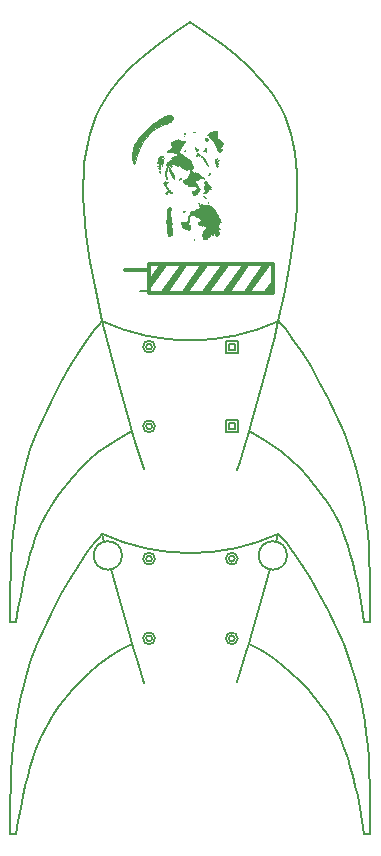
<source format=gbr>
G04 #@! TF.GenerationSoftware,KiCad,Pcbnew,(5.0.0-rc2-198-gb8bbb15aa)*
G04 #@! TF.CreationDate,2018-07-05T00:48:06-05:00*
G04 #@! TF.ProjectId,rocket,726F636B65742E6B696361645F706362,rev?*
G04 #@! TF.SameCoordinates,Original*
G04 #@! TF.FileFunction,Legend,Top*
G04 #@! TF.FilePolarity,Positive*
%FSLAX46Y46*%
G04 Gerber Fmt 4.6, Leading zero omitted, Abs format (unit mm)*
G04 Created by KiCad (PCBNEW (5.0.0-rc2-198-gb8bbb15aa)) date 07/05/18 00:48:06*
%MOMM*%
%LPD*%
G01*
G04 APERTURE LIST*
%ADD10C,0.150000*%
%ADD11C,0.200000*%
%ADD12C,0.300000*%
%ADD13C,0.010000*%
G04 APERTURE END LIST*
D10*
G36*
X6990000Y-21940000D02*
X7000000Y-22500000D01*
X6750000Y-23000000D01*
X6250000Y-23000000D01*
X6990000Y-21940000D01*
G37*
X6990000Y-21940000D02*
X7000000Y-22500000D01*
X6750000Y-23000000D01*
X6250000Y-23000000D01*
X6990000Y-21940000D01*
G36*
X6250000Y-20500000D02*
X6750000Y-20500000D01*
X5000000Y-23000000D01*
X4500000Y-23000000D01*
X6250000Y-20500000D01*
G37*
X6250000Y-20500000D02*
X6750000Y-20500000D01*
X5000000Y-23000000D01*
X4500000Y-23000000D01*
X6250000Y-20500000D01*
G36*
X4500000Y-20500000D02*
X2750000Y-23000000D01*
X3250000Y-23000000D01*
X5000000Y-20500000D01*
X4500000Y-20500000D01*
G37*
X4500000Y-20500000D02*
X2750000Y-23000000D01*
X3250000Y-23000000D01*
X5000000Y-20500000D01*
X4500000Y-20500000D01*
G36*
X-2000000Y-20500000D02*
X-2500000Y-20500000D01*
X-3480000Y-21900000D01*
X-3480000Y-22610000D01*
X-2000000Y-20500000D01*
G37*
X-2000000Y-20500000D02*
X-2500000Y-20500000D01*
X-3480000Y-21900000D01*
X-3480000Y-22610000D01*
X-2000000Y-20500000D01*
G36*
X2750000Y-20500000D02*
X3250000Y-20500000D01*
X1500000Y-23000000D01*
X1000000Y-23000000D01*
X2750000Y-20500000D01*
G37*
X2750000Y-20500000D02*
X3250000Y-20500000D01*
X1500000Y-23000000D01*
X1000000Y-23000000D01*
X2750000Y-20500000D01*
G36*
X1000000Y-20500000D02*
X-750000Y-23000000D01*
X-250000Y-23000000D01*
X1500000Y-20500000D01*
X1000000Y-20500000D01*
G37*
X1000000Y-20500000D02*
X-750000Y-23000000D01*
X-250000Y-23000000D01*
X1500000Y-20500000D01*
X1000000Y-20500000D01*
G36*
X-2500000Y-23000000D02*
X-750000Y-20500000D01*
X-250000Y-20500000D01*
X-2000000Y-23000000D01*
X-2500000Y-23000000D01*
G37*
X-2500000Y-23000000D02*
X-750000Y-20500000D01*
X-250000Y-20500000D01*
X-2000000Y-23000000D01*
X-2500000Y-23000000D01*
D11*
X11654456Y-49835582D02*
X12344357Y-51248922D01*
X11102415Y-57948868D02*
X11642636Y-58726199D01*
X-15240000Y-68800000D02*
X-14740000Y-68800000D01*
X14371961Y-66570122D02*
X14559342Y-67643647D01*
X4938074Y-52672647D02*
X5977876Y-53216333D01*
X14887189Y-60253662D02*
X14998114Y-61283211D01*
X7454678Y-43352082D02*
X7746256Y-43670938D01*
X15159072Y-63517634D02*
X15209306Y-64731489D01*
X14025670Y-55777072D02*
X14431656Y-57454601D01*
X7454677Y-43352082D02*
G75*
G02X-7454678Y-43352082I-7454677J16281782D01*
G01*
X15088707Y-62369624D02*
X15159072Y-63517634D01*
X12976590Y-52702093D02*
X13539398Y-54203895D01*
X14177948Y-65577512D02*
X14371961Y-66570122D01*
X14998114Y-61283211D02*
X15088707Y-62369624D01*
X5977876Y-53216333D02*
X6922878Y-53811939D01*
X8054946Y-44040787D02*
X8719041Y-44925248D01*
X14755842Y-59275903D02*
X14887189Y-60253662D01*
X10175555Y-47174127D02*
X10924181Y-48469746D01*
X9432675Y-45980780D02*
X10175555Y-47174127D01*
X15209306Y-64731489D02*
X15239498Y-66014796D01*
X15239498Y-66014796D02*
X15249715Y-67370361D01*
X7779852Y-54449918D02*
X8558281Y-55118265D01*
X13977438Y-64662858D02*
X14177948Y-65577512D01*
X13539398Y-54203895D02*
X14025670Y-55777072D01*
X13113607Y-61697659D02*
X13338522Y-62345022D01*
X14559342Y-67643647D02*
X14740000Y-68800000D01*
X7746256Y-43670938D02*
X8054946Y-44040787D01*
X6922878Y-53811939D02*
X7779852Y-54449918D01*
X-14559342Y-67643647D02*
X-14740000Y-68800000D01*
X12344357Y-51248922D02*
X12976590Y-52702093D01*
X8558281Y-55118265D02*
X9269043Y-55805795D01*
X13770587Y-63822335D02*
X13977438Y-64662858D01*
X12646527Y-60556812D02*
X13113607Y-61697659D01*
X12156522Y-59581659D02*
X12646527Y-60556812D01*
X10924181Y-48469746D02*
X11654456Y-49835582D01*
X9923300Y-56505146D02*
X11102415Y-57948868D01*
X15240000Y-68800000D02*
X14740000Y-68800000D01*
X13557562Y-63051417D02*
X13770587Y-63822335D01*
X9269043Y-55805795D02*
X9923300Y-56505146D01*
X13338522Y-62345022D02*
X13557562Y-63051417D01*
X11642636Y-58726199D02*
X12156522Y-59581659D01*
X8719041Y-44925248D02*
X9432675Y-45980780D01*
X15249715Y-67370361D02*
X15240000Y-68800000D01*
X14431656Y-57454601D02*
X14755842Y-59275903D01*
X-14755842Y-59275903D02*
X-14887189Y-60253662D01*
X-10924181Y-48469746D02*
X-11654456Y-49835582D01*
X-14371961Y-66570122D02*
X-14559342Y-67643647D01*
X-14177948Y-65577512D02*
X-14371961Y-66570122D01*
X-13977438Y-64662858D02*
X-14177948Y-65577512D01*
X-13770587Y-63822335D02*
X-13977438Y-64662858D01*
X-7454678Y-43352082D02*
X-7746256Y-43670938D01*
X-10175555Y-47174127D02*
X-10924181Y-48469746D01*
X-7746256Y-43670938D02*
X-8054946Y-44040787D01*
X-6922878Y-53811939D02*
X-7779852Y-54449918D01*
X-11654456Y-49835582D02*
X-12344357Y-51248922D01*
X-13557562Y-63051417D02*
X-13770587Y-63822335D01*
X-8558281Y-55118265D02*
X-9269043Y-55805795D01*
X-9432675Y-45980780D02*
X-10175555Y-47174127D01*
X-13338522Y-62345022D02*
X-13557562Y-63051417D01*
X-11642636Y-58726199D02*
X-12156522Y-59581659D01*
X-5977876Y-53216333D02*
X-6922878Y-53811939D01*
X-15159072Y-63517634D02*
X-15209306Y-64731489D01*
X-12976590Y-52702093D02*
X-13539398Y-54203895D01*
X-8054946Y-44040787D02*
X-8719041Y-44925248D01*
X-13113607Y-61697659D02*
X-13338522Y-62345022D01*
X-9269043Y-55805795D02*
X-9923300Y-56505146D01*
X-7779852Y-54449918D02*
X-8558281Y-55118265D01*
X-12344357Y-51248922D02*
X-12976590Y-52702093D01*
X-4938074Y-52672647D02*
X-5977876Y-53216333D01*
X-15249715Y-67370361D02*
X-15240000Y-68800000D01*
X-13539398Y-54203895D02*
X-14025670Y-55777072D01*
X-15088707Y-62369624D02*
X-15159072Y-63517634D01*
X-14998114Y-61283211D02*
X-15088707Y-62369624D01*
X-12646527Y-60556812D02*
X-13113607Y-61697659D01*
X-14431656Y-57454601D02*
X-14755842Y-59275903D01*
X-9923300Y-56505146D02*
X-11102415Y-57948868D01*
X-15239498Y-66014796D02*
X-15249715Y-67370361D01*
X-15209306Y-64731489D02*
X-15239498Y-66014796D01*
X-14025670Y-55777072D02*
X-14431656Y-57454601D01*
X-14887189Y-60253662D02*
X-14998114Y-61283211D01*
X-12156522Y-59581659D02*
X-12646527Y-60556812D01*
X-8719041Y-44925248D02*
X-9432675Y-45980780D01*
X-11102415Y-57948868D02*
X-11642636Y-58726199D01*
X8015176Y-22805902D02*
X7454720Y-25352082D01*
X8471467Y-20368150D02*
X8015176Y-22805902D01*
X-9432633Y-27980780D02*
X-10175513Y-29174127D01*
X-12976548Y-34702093D02*
X-13539356Y-36203895D01*
X-8558239Y-37118265D02*
X-9269001Y-37805795D01*
X-7779810Y-36449918D02*
X-8558239Y-37118265D01*
X-4938032Y-34672647D02*
X-5977834Y-35216333D01*
X-8718999Y-26925248D02*
X-9432633Y-27980780D01*
X-15239456Y-48014796D02*
X-15249673Y-49370361D01*
X-14431614Y-39454601D02*
X-14755800Y-41275903D01*
X-14025628Y-37777072D02*
X-14431614Y-39454601D01*
X-13539356Y-36203895D02*
X-14025628Y-37777072D01*
X-11654414Y-31835582D02*
X-12344315Y-33248922D01*
X-7746214Y-25670938D02*
X-8054904Y-26040787D01*
X-15088665Y-44369624D02*
X-15159030Y-45517634D01*
X-9269001Y-37805795D02*
X-9923258Y-38505146D01*
X-6922836Y-35811939D02*
X-7779810Y-36449918D01*
X-15209264Y-46731489D02*
X-15239456Y-48014796D01*
X-14887147Y-42253662D02*
X-14998072Y-43283211D01*
X-15249673Y-49370361D02*
X-15239958Y-50800000D01*
X-5977834Y-35216333D02*
X-6922836Y-35811939D01*
X-8054904Y-26040787D02*
X-8718999Y-26925248D01*
X-15159030Y-45517634D02*
X-15209264Y-46731489D01*
X-14998072Y-43283211D02*
X-15088665Y-44369624D01*
X-14755800Y-41275903D02*
X-14887147Y-42253662D01*
X-12344315Y-33248922D02*
X-12976548Y-34702093D01*
X-10175513Y-29174127D02*
X-10924139Y-30469746D01*
X-7454636Y-25352082D02*
X-7746214Y-25670938D01*
X-10924139Y-30469746D02*
X-11654414Y-31835582D01*
X13539440Y-36203895D02*
X14025712Y-37777072D01*
X42Y0D02*
X-1352835Y-936666D01*
X15239540Y-48014796D02*
X15249757Y-49370361D01*
X15159114Y-45517634D02*
X15209348Y-46731489D01*
X14025712Y-37777072D02*
X14431698Y-39454601D01*
X-8266074Y-8707589D02*
X-8504989Y-9463425D01*
X14887231Y-42253662D02*
X14998156Y-43283211D01*
X14755884Y-41275903D02*
X14887231Y-42253662D01*
X-9039458Y-12887114D02*
X-9069638Y-13843875D01*
X-9012625Y-15874403D02*
X-8808744Y-18053113D01*
X-1352835Y-936666D02*
X-2642250Y-1877783D01*
X-6008629Y-4895881D02*
X-6907316Y-6045283D01*
X-9060254Y-14839975D02*
X-9012625Y-15874403D01*
X-9069638Y-13843875D02*
X-9060254Y-14839975D01*
X-8968608Y-11970438D02*
X-9039458Y-12887114D01*
X-8856231Y-11094282D02*
X-8968608Y-11970438D01*
X-8701765Y-10258723D02*
X-8856231Y-11094282D01*
X-2642250Y-1877783D02*
X-3858209Y-2837202D01*
X15088749Y-44369624D02*
X15159114Y-45517634D01*
X-8504989Y-9463425D02*
X-8701765Y-10258723D01*
X-7664685Y-7308523D02*
X-7985625Y-7989898D01*
X15209348Y-46731489D02*
X15239540Y-48014796D01*
X-7985625Y-7989898D02*
X-8266074Y-8707589D01*
X-6907316Y-6045283D02*
X-7664685Y-7308523D01*
X14431698Y-39454601D02*
X14755884Y-41275903D01*
X-4986131Y-3835153D02*
X-6008629Y-4895881D01*
X15249757Y-49370361D02*
X15240042Y-50800000D01*
X-3858209Y-2837202D02*
X-4986131Y-3835153D01*
X14998156Y-43283211D02*
X15088749Y-44369624D01*
X8054988Y-26040787D02*
X8719083Y-26925248D01*
X-13113565Y-43697659D02*
X-13338480Y-44345022D01*
X7746298Y-25670938D02*
X8054988Y-26040787D01*
X-14559300Y-49643647D02*
X-14739958Y-50800000D01*
X-13338480Y-44345022D02*
X-13557520Y-45051417D01*
X-12156480Y-41581659D02*
X-12646485Y-42556812D01*
X-11102373Y-39948868D02*
X-11642594Y-40726199D01*
X5977918Y-35216333D02*
X6922920Y-35811939D01*
X4938116Y-34672647D02*
X5977918Y-35216333D01*
X14177990Y-47577512D02*
X14372003Y-48570122D01*
X6922920Y-35811939D02*
X7779894Y-36449918D01*
X-14371919Y-48570122D02*
X-14559300Y-49643647D01*
X-9923258Y-38505146D02*
X-11102373Y-39948868D01*
X12976632Y-34702093D02*
X13539440Y-36203895D01*
X12344399Y-33248922D02*
X12976632Y-34702093D01*
X11654498Y-31835582D02*
X12344399Y-33248922D01*
X10175597Y-29174127D02*
X10924223Y-30469746D01*
X10924223Y-30469746D02*
X11654498Y-31835582D01*
X8719083Y-26925248D02*
X9432717Y-27980780D01*
X14559384Y-49643647D02*
X14740042Y-50800000D01*
X7779894Y-36449918D02*
X8558323Y-37118265D01*
X7454720Y-25352082D02*
X7746298Y-25670938D01*
X15240042Y-50800000D02*
X14740042Y-50800000D01*
X9923342Y-38505146D02*
X11102457Y-39948868D01*
X8558323Y-37118265D02*
X9269085Y-37805795D01*
X14372003Y-48570122D02*
X14559384Y-49643647D01*
X13977480Y-46662858D02*
X14177990Y-47577512D01*
X13770629Y-45822335D02*
X13977480Y-46662858D01*
X13113649Y-43697659D02*
X13338564Y-44345022D01*
X12646569Y-42556812D02*
X13113649Y-43697659D01*
X9269085Y-37805795D02*
X9923342Y-38505146D01*
X-14177906Y-47577512D02*
X-14371919Y-48570122D01*
X-13557520Y-45051417D02*
X-13770545Y-45822335D01*
X-11642594Y-40726199D02*
X-12156480Y-41581659D01*
X13557604Y-45051417D02*
X13770629Y-45822335D01*
X13338564Y-44345022D02*
X13557604Y-45051417D01*
X12156564Y-41581659D02*
X12646569Y-42556812D01*
X11642678Y-40726199D02*
X12156564Y-41581659D01*
X11102457Y-39948868D02*
X11642678Y-40726199D01*
X-15239958Y-50800000D02*
X-14739958Y-50800000D01*
X-12646485Y-42556812D02*
X-13113565Y-43697659D01*
X-13770545Y-45822335D02*
X-13977396Y-46662858D01*
X-13977396Y-46662858D02*
X-14177906Y-47577512D01*
X9432717Y-27980780D02*
X10175597Y-29174127D01*
X8808828Y-18053113D02*
X8471467Y-20368150D01*
X9012709Y-15874403D02*
X8808828Y-18053113D01*
X9060338Y-14839975D02*
X9012709Y-15874403D01*
X6008713Y-4895881D02*
X6907400Y-6045283D01*
X8266158Y-8707589D02*
X8505073Y-9463425D01*
X-8471383Y-20368150D02*
X-8015092Y-22805902D01*
X7664769Y-7308523D02*
X7985709Y-7989898D01*
X2642334Y-1877783D02*
X3858293Y-2837202D01*
X1352919Y-936666D02*
X2642334Y-1877783D01*
X9069722Y-13843875D02*
X9060338Y-14839975D01*
X9039542Y-12887114D02*
X9069722Y-13843875D01*
X8968692Y-11970438D02*
X9039542Y-12887114D01*
X7985709Y-7989898D02*
X8266158Y-8707589D01*
X8856315Y-11094282D02*
X8968692Y-11970438D01*
X8701849Y-10258723D02*
X8856315Y-11094282D01*
X-8808744Y-18053113D02*
X-8471383Y-20368150D01*
X8505073Y-9463425D02*
X8701849Y-10258723D01*
X-8015092Y-22805902D02*
X-7454636Y-25352082D01*
X4986215Y-3835153D02*
X6008713Y-4895881D01*
X3858293Y-2837202D02*
X4986215Y-3835153D01*
X42Y0D02*
X1352919Y-936666D01*
X6907400Y-6045283D02*
X7664769Y-7308523D01*
D10*
X-3500000Y-22750000D02*
X-4250000Y-22750000D01*
D12*
X-3500000Y-21000000D02*
X-5500000Y-21000000D01*
D11*
X4160000Y-37270000D02*
X3950000Y-37920000D01*
X4530000Y-36080000D02*
X4160000Y-37270000D01*
X4950000Y-34690000D02*
X4530000Y-36080000D01*
X-4100000Y-37390000D02*
X-3960000Y-37870000D01*
X-4590000Y-35790000D02*
X-4100000Y-37390000D01*
X-4930000Y-34720000D02*
X-4590000Y-35790000D01*
X7507405Y-25327942D02*
G75*
G02X-7454678Y-25352082I-7507405J16327942D01*
G01*
X4220000Y-55050000D02*
X3960000Y-55870000D01*
X4800000Y-53140000D02*
X4220000Y-55050000D01*
X4950000Y-52680000D02*
X4800000Y-53140000D01*
X-4010000Y-55700000D02*
X-3900000Y-56020000D01*
X-4360000Y-54570000D02*
X-4010000Y-55700000D01*
X-4930000Y-52670000D02*
X-4360000Y-54570000D01*
X8185000Y-45178000D02*
G75*
G03X8185000Y-45178000I-1200000J0D01*
G01*
X-5785000Y-45178000D02*
G75*
G03X-5785000Y-45178000I-1200000J0D01*
G01*
X-7450000Y-43350000D02*
X-7310000Y-44020000D01*
X-6700000Y-46340000D02*
X-5980000Y-49050000D01*
X5130000Y-52000000D02*
X4950000Y-52680000D01*
X-5130000Y-52000000D02*
X-4930000Y-52690000D01*
X7450000Y-43350000D02*
X7280000Y-44010000D01*
X6700000Y-46350000D02*
X6153503Y-48414848D01*
X6153503Y-48414848D02*
X5134717Y-51988790D01*
X-6153503Y-48414848D02*
X-5134717Y-51988790D01*
X5130000Y-34020000D02*
X4950000Y-34700000D01*
X-5130000Y-34020000D02*
X-4930000Y-34710000D01*
D10*
X4000000Y-34750000D02*
X4000000Y-33750000D01*
X3000000Y-34750000D02*
X4000000Y-34750000D01*
X3000000Y-33750000D02*
X3000000Y-34750000D01*
X3750000Y-34500000D02*
X3250000Y-34500000D01*
X4000000Y-33750000D02*
X3000000Y-33750000D01*
X3250000Y-34000000D02*
X3750000Y-34000000D01*
X3250000Y-34500000D02*
X3250000Y-34000000D01*
X3750000Y-34000000D02*
X3750000Y-34500000D01*
X4000000Y-28000000D02*
X4000000Y-27000000D01*
X3000000Y-28000000D02*
X4000000Y-28000000D01*
X3000000Y-27000000D02*
X3000000Y-28000000D01*
X4000000Y-27000000D02*
X3000000Y-27000000D01*
X3250000Y-27250000D02*
X3750000Y-27250000D01*
X3250000Y-27750000D02*
X3250000Y-27250000D01*
X3750000Y-27750000D02*
X3250000Y-27750000D01*
X3750000Y-27250000D02*
X3750000Y-27750000D01*
X3750000Y-45450000D02*
G75*
G03X3750000Y-45450000I-250000J0D01*
G01*
X4000000Y-52200000D02*
G75*
G03X4000000Y-52200000I-500000J0D01*
G01*
X3750000Y-52200000D02*
G75*
G03X3750000Y-52200000I-250000J0D01*
G01*
X-3000000Y-52200000D02*
G75*
G03X-3000000Y-52200000I-500000J0D01*
G01*
X-3250000Y-52200000D02*
G75*
G03X-3250000Y-52200000I-250000J0D01*
G01*
X-3000000Y-34250000D02*
G75*
G03X-3000000Y-34250000I-500000J0D01*
G01*
X-3000000Y-27500000D02*
G75*
G03X-3000000Y-27500000I-500000J0D01*
G01*
X-3250000Y-34250000D02*
G75*
G03X-3250000Y-34250000I-250000J0D01*
G01*
X-3250000Y-27500000D02*
G75*
G03X-3250000Y-27500000I-250000J0D01*
G01*
X-3000000Y-45450000D02*
G75*
G03X-3000000Y-45450000I-500000J0D01*
G01*
X4000000Y-45450000D02*
G75*
G03X4000000Y-45450000I-500000J0D01*
G01*
X-3250000Y-45450000D02*
G75*
G03X-3250000Y-45450000I-250000J0D01*
G01*
D12*
X-3500000Y-20500000D02*
X-3500000Y-23000000D01*
X7000000Y-23000000D02*
X-3500000Y-23000000D01*
X7000000Y-20500000D02*
X7000000Y-23000000D01*
X-3500000Y-20500000D02*
X7000000Y-20500000D01*
D11*
X6153503Y-30434848D02*
X5134717Y-34008790D01*
X7061199Y-26978697D02*
X6153503Y-30434848D01*
X7460000Y-25350000D02*
X7054786Y-27026791D01*
X-6153503Y-30434848D02*
X-5134717Y-34008790D01*
X-7061199Y-26978697D02*
X-6153503Y-30434848D01*
X-7460000Y-25350000D02*
X-7061199Y-26978697D01*
D13*
G04 #@! TO.C,G\002A\002A\002A*
G36*
X312615Y-18412153D02*
X293077Y-18431692D01*
X273538Y-18412153D01*
X293077Y-18392615D01*
X312615Y-18412153D01*
X312615Y-18412153D01*
G37*
X312615Y-18412153D02*
X293077Y-18431692D01*
X273538Y-18412153D01*
X293077Y-18392615D01*
X312615Y-18412153D01*
G36*
X1434332Y-15500344D02*
X1568108Y-15546985D01*
X1572672Y-15548821D01*
X1700244Y-15605650D01*
X1805801Y-15662040D01*
X1847520Y-15690581D01*
X1901734Y-15751507D01*
X1983215Y-15860048D01*
X2078786Y-15996939D01*
X2175273Y-16142918D01*
X2259500Y-16278723D01*
X2305804Y-16360615D01*
X2337757Y-16425863D01*
X2328274Y-16432397D01*
X2291453Y-16403893D01*
X2230526Y-16369634D01*
X2202988Y-16371985D01*
X2196352Y-16418880D01*
X2241258Y-16462334D01*
X2302508Y-16477846D01*
X2360982Y-16510361D01*
X2428875Y-16611237D01*
X2479578Y-16715290D01*
X2539346Y-16859676D01*
X2565006Y-16948237D01*
X2556107Y-16976618D01*
X2512194Y-16940460D01*
X2501706Y-16928175D01*
X2435608Y-16873181D01*
X2395863Y-16890059D01*
X2390501Y-16974705D01*
X2391807Y-16984346D01*
X2387910Y-17084096D01*
X2354901Y-17120758D01*
X2318254Y-17171498D01*
X2311860Y-17287849D01*
X2313043Y-17306316D01*
X2328431Y-17415095D01*
X2363123Y-17470329D01*
X2422769Y-17494495D01*
X2490482Y-17512810D01*
X2484846Y-17526194D01*
X2432538Y-17541240D01*
X2365324Y-17593085D01*
X2342820Y-17680669D01*
X2370146Y-17772350D01*
X2390977Y-17798116D01*
X2447122Y-17890900D01*
X2426320Y-17976393D01*
X2329718Y-18050306D01*
X2322493Y-18053824D01*
X2205838Y-18103906D01*
X2141569Y-18110828D01*
X2114728Y-18071091D01*
X2110153Y-18004152D01*
X2094094Y-17908376D01*
X2055292Y-17857666D01*
X2007812Y-17865389D01*
X1988890Y-17888898D01*
X1926166Y-17988841D01*
X1884304Y-18030068D01*
X1843591Y-18020661D01*
X1787308Y-17971514D01*
X1715962Y-17911497D01*
X1669367Y-17884709D01*
X1668019Y-17884615D01*
X1652039Y-17919563D01*
X1642456Y-18007978D01*
X1641230Y-18060461D01*
X1638311Y-18168509D01*
X1618523Y-18219673D01*
X1565324Y-18235223D01*
X1504461Y-18236307D01*
X1404302Y-18249313D01*
X1368212Y-18283315D01*
X1402612Y-18330792D01*
X1416144Y-18339794D01*
X1428565Y-18369446D01*
X1367298Y-18396820D01*
X1219585Y-18424988D01*
X1120647Y-18416189D01*
X1084284Y-18382846D01*
X1081880Y-18334000D01*
X1094153Y-18334000D01*
X1113692Y-18353538D01*
X1133230Y-18334000D01*
X1113692Y-18314461D01*
X1094153Y-18334000D01*
X1081880Y-18334000D01*
X1080820Y-18312479D01*
X1095424Y-18211559D01*
X1095556Y-18210968D01*
X1105198Y-18108944D01*
X1089723Y-18035472D01*
X1089502Y-18035122D01*
X1075985Y-17970412D01*
X1076034Y-17865398D01*
X1087125Y-17754372D01*
X1106732Y-17671627D01*
X1117658Y-17652759D01*
X1154983Y-17660974D01*
X1180774Y-17682066D01*
X1247029Y-17726136D01*
X1279872Y-17702453D01*
X1274611Y-17635075D01*
X1272245Y-17558890D01*
X1327547Y-17520580D01*
X1338759Y-17517219D01*
X1398222Y-17495078D01*
X1386859Y-17470446D01*
X1357923Y-17452203D01*
X1300986Y-17382569D01*
X1289538Y-17331416D01*
X1271545Y-17272776D01*
X1231519Y-17273287D01*
X1167958Y-17261119D01*
X1131866Y-17217758D01*
X1086512Y-17165278D01*
X1055458Y-17161456D01*
X1003875Y-17154976D01*
X969527Y-17128183D01*
X928015Y-17099949D01*
X892560Y-17131205D01*
X868903Y-17176171D01*
X839734Y-17229309D01*
X834778Y-17221440D01*
X835949Y-17216764D01*
X830625Y-17130505D01*
X816285Y-17099533D01*
X781342Y-17067512D01*
X745464Y-17103519D01*
X739344Y-17113668D01*
X691606Y-17164737D01*
X658123Y-17143839D01*
X646204Y-17056851D01*
X646696Y-17039166D01*
X666449Y-16956684D01*
X731701Y-16911574D01*
X775112Y-16898423D01*
X849910Y-16862435D01*
X895928Y-16812305D01*
X901394Y-16768501D01*
X859692Y-16751384D01*
X826060Y-16719315D01*
X820615Y-16686256D01*
X808779Y-16643400D01*
X794812Y-16646930D01*
X756473Y-16639358D01*
X713985Y-16594174D01*
X660376Y-16541963D01*
X624958Y-16536629D01*
X581124Y-16525271D01*
X550666Y-16488437D01*
X518922Y-16452849D01*
X509188Y-16468077D01*
X483314Y-16513512D01*
X468923Y-16516923D01*
X438429Y-16495417D01*
X439615Y-16487615D01*
X420722Y-16453881D01*
X413820Y-16452039D01*
X365444Y-16416322D01*
X346811Y-16389583D01*
X286962Y-16352830D01*
X190160Y-16351450D01*
X85867Y-16379618D01*
X3545Y-16431512D01*
X-18891Y-16461864D01*
X-81699Y-16558567D01*
X-122976Y-16606404D01*
X-170997Y-16645535D01*
X-194301Y-16621940D01*
X-205821Y-16570977D01*
X-201963Y-16482232D01*
X-171016Y-16451047D01*
X-122229Y-16403516D01*
X-117231Y-16380757D01*
X-89903Y-16314722D01*
X-64082Y-16286998D01*
X-28641Y-16217033D01*
X-27993Y-16153646D01*
X-9499Y-16071556D01*
X59819Y-16005588D01*
X152694Y-15974979D01*
X213363Y-15983378D01*
X273831Y-15976849D01*
X388530Y-15939062D01*
X542682Y-15875446D01*
X678035Y-15812725D01*
X842474Y-15735150D01*
X983444Y-15672261D01*
X1084831Y-15631018D01*
X1128650Y-15618153D01*
X1159790Y-15597369D01*
X1155121Y-15582883D01*
X1171961Y-15547737D01*
X1242289Y-15509729D01*
X1250334Y-15506823D01*
X1338243Y-15488238D01*
X1434332Y-15500344D01*
X1434332Y-15500344D01*
G37*
X1434332Y-15500344D02*
X1568108Y-15546985D01*
X1572672Y-15548821D01*
X1700244Y-15605650D01*
X1805801Y-15662040D01*
X1847520Y-15690581D01*
X1901734Y-15751507D01*
X1983215Y-15860048D01*
X2078786Y-15996939D01*
X2175273Y-16142918D01*
X2259500Y-16278723D01*
X2305804Y-16360615D01*
X2337757Y-16425863D01*
X2328274Y-16432397D01*
X2291453Y-16403893D01*
X2230526Y-16369634D01*
X2202988Y-16371985D01*
X2196352Y-16418880D01*
X2241258Y-16462334D01*
X2302508Y-16477846D01*
X2360982Y-16510361D01*
X2428875Y-16611237D01*
X2479578Y-16715290D01*
X2539346Y-16859676D01*
X2565006Y-16948237D01*
X2556107Y-16976618D01*
X2512194Y-16940460D01*
X2501706Y-16928175D01*
X2435608Y-16873181D01*
X2395863Y-16890059D01*
X2390501Y-16974705D01*
X2391807Y-16984346D01*
X2387910Y-17084096D01*
X2354901Y-17120758D01*
X2318254Y-17171498D01*
X2311860Y-17287849D01*
X2313043Y-17306316D01*
X2328431Y-17415095D01*
X2363123Y-17470329D01*
X2422769Y-17494495D01*
X2490482Y-17512810D01*
X2484846Y-17526194D01*
X2432538Y-17541240D01*
X2365324Y-17593085D01*
X2342820Y-17680669D01*
X2370146Y-17772350D01*
X2390977Y-17798116D01*
X2447122Y-17890900D01*
X2426320Y-17976393D01*
X2329718Y-18050306D01*
X2322493Y-18053824D01*
X2205838Y-18103906D01*
X2141569Y-18110828D01*
X2114728Y-18071091D01*
X2110153Y-18004152D01*
X2094094Y-17908376D01*
X2055292Y-17857666D01*
X2007812Y-17865389D01*
X1988890Y-17888898D01*
X1926166Y-17988841D01*
X1884304Y-18030068D01*
X1843591Y-18020661D01*
X1787308Y-17971514D01*
X1715962Y-17911497D01*
X1669367Y-17884709D01*
X1668019Y-17884615D01*
X1652039Y-17919563D01*
X1642456Y-18007978D01*
X1641230Y-18060461D01*
X1638311Y-18168509D01*
X1618523Y-18219673D01*
X1565324Y-18235223D01*
X1504461Y-18236307D01*
X1404302Y-18249313D01*
X1368212Y-18283315D01*
X1402612Y-18330792D01*
X1416144Y-18339794D01*
X1428565Y-18369446D01*
X1367298Y-18396820D01*
X1219585Y-18424988D01*
X1120647Y-18416189D01*
X1084284Y-18382846D01*
X1081880Y-18334000D01*
X1094153Y-18334000D01*
X1113692Y-18353538D01*
X1133230Y-18334000D01*
X1113692Y-18314461D01*
X1094153Y-18334000D01*
X1081880Y-18334000D01*
X1080820Y-18312479D01*
X1095424Y-18211559D01*
X1095556Y-18210968D01*
X1105198Y-18108944D01*
X1089723Y-18035472D01*
X1089502Y-18035122D01*
X1075985Y-17970412D01*
X1076034Y-17865398D01*
X1087125Y-17754372D01*
X1106732Y-17671627D01*
X1117658Y-17652759D01*
X1154983Y-17660974D01*
X1180774Y-17682066D01*
X1247029Y-17726136D01*
X1279872Y-17702453D01*
X1274611Y-17635075D01*
X1272245Y-17558890D01*
X1327547Y-17520580D01*
X1338759Y-17517219D01*
X1398222Y-17495078D01*
X1386859Y-17470446D01*
X1357923Y-17452203D01*
X1300986Y-17382569D01*
X1289538Y-17331416D01*
X1271545Y-17272776D01*
X1231519Y-17273287D01*
X1167958Y-17261119D01*
X1131866Y-17217758D01*
X1086512Y-17165278D01*
X1055458Y-17161456D01*
X1003875Y-17154976D01*
X969527Y-17128183D01*
X928015Y-17099949D01*
X892560Y-17131205D01*
X868903Y-17176171D01*
X839734Y-17229309D01*
X834778Y-17221440D01*
X835949Y-17216764D01*
X830625Y-17130505D01*
X816285Y-17099533D01*
X781342Y-17067512D01*
X745464Y-17103519D01*
X739344Y-17113668D01*
X691606Y-17164737D01*
X658123Y-17143839D01*
X646204Y-17056851D01*
X646696Y-17039166D01*
X666449Y-16956684D01*
X731701Y-16911574D01*
X775112Y-16898423D01*
X849910Y-16862435D01*
X895928Y-16812305D01*
X901394Y-16768501D01*
X859692Y-16751384D01*
X826060Y-16719315D01*
X820615Y-16686256D01*
X808779Y-16643400D01*
X794812Y-16646930D01*
X756473Y-16639358D01*
X713985Y-16594174D01*
X660376Y-16541963D01*
X624958Y-16536629D01*
X581124Y-16525271D01*
X550666Y-16488437D01*
X518922Y-16452849D01*
X509188Y-16468077D01*
X483314Y-16513512D01*
X468923Y-16516923D01*
X438429Y-16495417D01*
X439615Y-16487615D01*
X420722Y-16453881D01*
X413820Y-16452039D01*
X365444Y-16416322D01*
X346811Y-16389583D01*
X286962Y-16352830D01*
X190160Y-16351450D01*
X85867Y-16379618D01*
X3545Y-16431512D01*
X-18891Y-16461864D01*
X-81699Y-16558567D01*
X-122976Y-16606404D01*
X-170997Y-16645535D01*
X-194301Y-16621940D01*
X-205821Y-16570977D01*
X-201963Y-16482232D01*
X-171016Y-16451047D01*
X-122229Y-16403516D01*
X-117231Y-16380757D01*
X-89903Y-16314722D01*
X-64082Y-16286998D01*
X-28641Y-16217033D01*
X-27993Y-16153646D01*
X-9499Y-16071556D01*
X59819Y-16005588D01*
X152694Y-15974979D01*
X213363Y-15983378D01*
X273831Y-15976849D01*
X388530Y-15939062D01*
X542682Y-15875446D01*
X678035Y-15812725D01*
X842474Y-15735150D01*
X983444Y-15672261D01*
X1084831Y-15631018D01*
X1128650Y-15618153D01*
X1159790Y-15597369D01*
X1155121Y-15582883D01*
X1171961Y-15547737D01*
X1242289Y-15509729D01*
X1250334Y-15506823D01*
X1338243Y-15488238D01*
X1434332Y-15500344D01*
G36*
X-1718958Y-15676904D02*
X-1665181Y-15729784D01*
X-1667297Y-15835161D01*
X-1725235Y-15990984D01*
X-1730388Y-16001695D01*
X-1752789Y-16085552D01*
X-1737023Y-16118926D01*
X-1713680Y-16171229D01*
X-1698564Y-16271752D01*
X-1696112Y-16321538D01*
X-1665541Y-16636857D01*
X-1597691Y-16931371D01*
X-1584886Y-17091890D01*
X-1605575Y-17165832D01*
X-1642047Y-17289975D01*
X-1662555Y-17423413D01*
X-1663933Y-17535990D01*
X-1650057Y-17589333D01*
X-1623113Y-17588334D01*
X-1596641Y-17532529D01*
X-1580498Y-17496567D01*
X-1573064Y-17532767D01*
X-1573265Y-17630615D01*
X-1570719Y-17763008D01*
X-1558524Y-17874135D01*
X-1550256Y-17908406D01*
X-1547983Y-17997316D01*
X-1572183Y-18032264D01*
X-1661392Y-18077339D01*
X-1773114Y-18101339D01*
X-1863380Y-18095024D01*
X-1865923Y-18094009D01*
X-1907443Y-18042324D01*
X-1914770Y-18001381D01*
X-1941253Y-17912692D01*
X-1968180Y-17875864D01*
X-1995523Y-17821271D01*
X-2010376Y-17717687D01*
X-2013978Y-17553400D01*
X-2012311Y-17458604D01*
X-2011488Y-17279583D01*
X-2017258Y-17114145D01*
X-2028453Y-16989212D01*
X-2034111Y-16956949D01*
X-2043180Y-16814485D01*
X-2013048Y-16683211D01*
X-1951157Y-16592964D01*
X-1941633Y-16586103D01*
X-1919715Y-16550426D01*
X-1953847Y-16518348D01*
X-1990939Y-16455129D01*
X-2011670Y-16340248D01*
X-2016405Y-16198384D01*
X-2005514Y-16054215D01*
X-1979365Y-15932422D01*
X-1944077Y-15863410D01*
X-1892065Y-15790613D01*
X-1875693Y-15744383D01*
X-1844420Y-15683516D01*
X-1764618Y-15667343D01*
X-1718958Y-15676904D01*
X-1718958Y-15676904D01*
G37*
X-1718958Y-15676904D02*
X-1665181Y-15729784D01*
X-1667297Y-15835161D01*
X-1725235Y-15990984D01*
X-1730388Y-16001695D01*
X-1752789Y-16085552D01*
X-1737023Y-16118926D01*
X-1713680Y-16171229D01*
X-1698564Y-16271752D01*
X-1696112Y-16321538D01*
X-1665541Y-16636857D01*
X-1597691Y-16931371D01*
X-1584886Y-17091890D01*
X-1605575Y-17165832D01*
X-1642047Y-17289975D01*
X-1662555Y-17423413D01*
X-1663933Y-17535990D01*
X-1650057Y-17589333D01*
X-1623113Y-17588334D01*
X-1596641Y-17532529D01*
X-1580498Y-17496567D01*
X-1573064Y-17532767D01*
X-1573265Y-17630615D01*
X-1570719Y-17763008D01*
X-1558524Y-17874135D01*
X-1550256Y-17908406D01*
X-1547983Y-17997316D01*
X-1572183Y-18032264D01*
X-1661392Y-18077339D01*
X-1773114Y-18101339D01*
X-1863380Y-18095024D01*
X-1865923Y-18094009D01*
X-1907443Y-18042324D01*
X-1914770Y-18001381D01*
X-1941253Y-17912692D01*
X-1968180Y-17875864D01*
X-1995523Y-17821271D01*
X-2010376Y-17717687D01*
X-2013978Y-17553400D01*
X-2012311Y-17458604D01*
X-2011488Y-17279583D01*
X-2017258Y-17114145D01*
X-2028453Y-16989212D01*
X-2034111Y-16956949D01*
X-2043180Y-16814485D01*
X-2013048Y-16683211D01*
X-1951157Y-16592964D01*
X-1941633Y-16586103D01*
X-1919715Y-16550426D01*
X-1953847Y-16518348D01*
X-1990939Y-16455129D01*
X-2011670Y-16340248D01*
X-2016405Y-16198384D01*
X-2005514Y-16054215D01*
X-1979365Y-15932422D01*
X-1944077Y-15863410D01*
X-1892065Y-15790613D01*
X-1875693Y-15744383D01*
X-1844420Y-15683516D01*
X-1764618Y-15667343D01*
X-1718958Y-15676904D01*
G36*
X1011278Y-17954392D02*
X1013774Y-18020152D01*
X995460Y-18081507D01*
X981073Y-18096973D01*
X957132Y-18081051D01*
X951765Y-18021153D01*
X966096Y-17947736D01*
X986692Y-17923719D01*
X1011278Y-17954392D01*
X1011278Y-17954392D01*
G37*
X1011278Y-17954392D02*
X1013774Y-18020152D01*
X995460Y-18081507D01*
X981073Y-18096973D01*
X957132Y-18081051D01*
X951765Y-18021153D01*
X966096Y-17947736D01*
X986692Y-17923719D01*
X1011278Y-17954392D01*
G36*
X-127676Y-16734436D02*
X-131678Y-16800230D01*
X-151185Y-16900165D01*
X-155775Y-16953747D01*
X-182356Y-17032420D01*
X-221261Y-17084293D01*
X-263289Y-17138831D01*
X-245173Y-17175313D01*
X-231030Y-17185285D01*
X-146640Y-17208365D01*
X-107462Y-17204935D01*
X-65899Y-17206525D01*
X-45411Y-17248689D01*
X-39203Y-17348436D01*
X-39077Y-17376093D01*
X-48467Y-17506090D01*
X-79332Y-17573734D01*
X-100889Y-17587357D01*
X-145536Y-17604332D01*
X-177802Y-17603816D01*
X-229170Y-17579249D01*
X-284235Y-17549163D01*
X-370744Y-17514668D01*
X-429139Y-17512974D01*
X-429936Y-17513439D01*
X-482701Y-17507520D01*
X-565249Y-17463457D01*
X-583342Y-17450669D01*
X-674178Y-17354650D01*
X-730456Y-17215870D01*
X-740487Y-17173419D01*
X-768781Y-17033736D01*
X-771432Y-16954938D01*
X-737937Y-16921235D01*
X-657792Y-16916836D01*
X-573482Y-16922370D01*
X-449218Y-16927426D01*
X-375238Y-16913759D01*
X-324227Y-16871968D01*
X-290174Y-16824857D01*
X-220053Y-16743638D01*
X-160992Y-16712737D01*
X-127676Y-16734436D01*
X-127676Y-16734436D01*
G37*
X-127676Y-16734436D02*
X-131678Y-16800230D01*
X-151185Y-16900165D01*
X-155775Y-16953747D01*
X-182356Y-17032420D01*
X-221261Y-17084293D01*
X-263289Y-17138831D01*
X-245173Y-17175313D01*
X-231030Y-17185285D01*
X-146640Y-17208365D01*
X-107462Y-17204935D01*
X-65899Y-17206525D01*
X-45411Y-17248689D01*
X-39203Y-17348436D01*
X-39077Y-17376093D01*
X-48467Y-17506090D01*
X-79332Y-17573734D01*
X-100889Y-17587357D01*
X-145536Y-17604332D01*
X-177802Y-17603816D01*
X-229170Y-17579249D01*
X-284235Y-17549163D01*
X-370744Y-17514668D01*
X-429139Y-17512974D01*
X-429936Y-17513439D01*
X-482701Y-17507520D01*
X-565249Y-17463457D01*
X-583342Y-17450669D01*
X-674178Y-17354650D01*
X-730456Y-17215870D01*
X-740487Y-17173419D01*
X-768781Y-17033736D01*
X-771432Y-16954938D01*
X-737937Y-16921235D01*
X-657792Y-16916836D01*
X-573482Y-16922370D01*
X-449218Y-16927426D01*
X-375238Y-16913759D01*
X-324227Y-16871968D01*
X-290174Y-16824857D01*
X-220053Y-16743638D01*
X-160992Y-16712737D01*
X-127676Y-16734436D01*
G36*
X976923Y-17239846D02*
X957384Y-17259384D01*
X937846Y-17239846D01*
X957384Y-17220307D01*
X976923Y-17239846D01*
X976923Y-17239846D01*
G37*
X976923Y-17239846D02*
X957384Y-17259384D01*
X937846Y-17239846D01*
X957384Y-17220307D01*
X976923Y-17239846D01*
G36*
X-506226Y-16000986D02*
X-480156Y-16033255D01*
X-499749Y-16072891D01*
X-559871Y-16102005D01*
X-622996Y-16106127D01*
X-642507Y-16095852D01*
X-662709Y-16041383D01*
X-664308Y-16019230D01*
X-634937Y-15983117D01*
X-570436Y-15977935D01*
X-506226Y-16000986D01*
X-506226Y-16000986D01*
G37*
X-506226Y-16000986D02*
X-480156Y-16033255D01*
X-499749Y-16072891D01*
X-559871Y-16102005D01*
X-622996Y-16106127D01*
X-642507Y-16095852D01*
X-662709Y-16041383D01*
X-664308Y-16019230D01*
X-634937Y-15983117D01*
X-570436Y-15977935D01*
X-506226Y-16000986D01*
G36*
X820615Y-15637692D02*
X801077Y-15657230D01*
X781538Y-15637692D01*
X801077Y-15618153D01*
X820615Y-15637692D01*
X820615Y-15637692D01*
G37*
X820615Y-15637692D02*
X801077Y-15657230D01*
X781538Y-15637692D01*
X801077Y-15618153D01*
X820615Y-15637692D01*
G36*
X976923Y-15598615D02*
X957384Y-15618153D01*
X937846Y-15598615D01*
X957384Y-15579077D01*
X976923Y-15598615D01*
X976923Y-15598615D01*
G37*
X976923Y-15598615D02*
X957384Y-15618153D01*
X937846Y-15598615D01*
X957384Y-15579077D01*
X976923Y-15598615D01*
G36*
X742461Y-15559538D02*
X722923Y-15579077D01*
X703384Y-15559538D01*
X722923Y-15540000D01*
X742461Y-15559538D01*
X742461Y-15559538D01*
G37*
X742461Y-15559538D02*
X722923Y-15579077D01*
X703384Y-15559538D01*
X722923Y-15540000D01*
X742461Y-15559538D01*
G36*
X1094153Y-15559538D02*
X1074615Y-15579077D01*
X1055077Y-15559538D01*
X1074615Y-15540000D01*
X1094153Y-15559538D01*
X1094153Y-15559538D01*
G37*
X1094153Y-15559538D02*
X1074615Y-15579077D01*
X1055077Y-15559538D01*
X1074615Y-15540000D01*
X1094153Y-15559538D01*
G36*
X1063435Y-15465892D02*
X1083234Y-15477775D01*
X1025888Y-15497113D01*
X924230Y-15517769D01*
X824716Y-15528744D01*
X795764Y-15512338D01*
X799536Y-15503415D01*
X852355Y-15475821D01*
X948619Y-15462163D01*
X966203Y-15461846D01*
X1063435Y-15465892D01*
X1063435Y-15465892D01*
G37*
X1063435Y-15465892D02*
X1083234Y-15477775D01*
X1025888Y-15497113D01*
X924230Y-15517769D01*
X824716Y-15528744D01*
X795764Y-15512338D01*
X799536Y-15503415D01*
X852355Y-15475821D01*
X948619Y-15462163D01*
X966203Y-15461846D01*
X1063435Y-15465892D01*
G36*
X697346Y-15360422D02*
X739297Y-15399768D01*
X730692Y-15422388D01*
X725229Y-15422769D01*
X692177Y-15395013D01*
X680114Y-15377654D01*
X675508Y-15350914D01*
X697346Y-15360422D01*
X697346Y-15360422D01*
G37*
X697346Y-15360422D02*
X739297Y-15399768D01*
X730692Y-15422388D01*
X725229Y-15422769D01*
X692177Y-15395013D01*
X680114Y-15377654D01*
X675508Y-15350914D01*
X697346Y-15360422D01*
G36*
X1510974Y-15279487D02*
X1505610Y-15302718D01*
X1484923Y-15305538D01*
X1452758Y-15291240D01*
X1458871Y-15279487D01*
X1505247Y-15274810D01*
X1510974Y-15279487D01*
X1510974Y-15279487D01*
G37*
X1510974Y-15279487D02*
X1505610Y-15302718D01*
X1484923Y-15305538D01*
X1452758Y-15291240D01*
X1458871Y-15279487D01*
X1505247Y-15274810D01*
X1510974Y-15279487D01*
G36*
X1289538Y-14934307D02*
X1270000Y-14953846D01*
X1250461Y-14934307D01*
X1270000Y-14914769D01*
X1289538Y-14934307D01*
X1289538Y-14934307D01*
G37*
X1289538Y-14934307D02*
X1270000Y-14953846D01*
X1250461Y-14934307D01*
X1270000Y-14914769D01*
X1289538Y-14934307D01*
G36*
X1171774Y-14742904D02*
X1230923Y-14797538D01*
X1268648Y-14854145D01*
X1256518Y-14875692D01*
X1213841Y-14849304D01*
X1211384Y-14836615D01*
X1179734Y-14801947D01*
X1152769Y-14797538D01*
X1100766Y-14776438D01*
X1094153Y-14758461D01*
X1115640Y-14721296D01*
X1171774Y-14742904D01*
X1171774Y-14742904D01*
G37*
X1171774Y-14742904D02*
X1230923Y-14797538D01*
X1268648Y-14854145D01*
X1256518Y-14875692D01*
X1213841Y-14849304D01*
X1211384Y-14836615D01*
X1179734Y-14801947D01*
X1152769Y-14797538D01*
X1100766Y-14776438D01*
X1094153Y-14758461D01*
X1115640Y-14721296D01*
X1171774Y-14742904D01*
G36*
X-1004066Y-9963067D02*
X-921649Y-10030228D01*
X-910920Y-10040308D01*
X-826298Y-10112878D01*
X-757862Y-10138629D01*
X-668341Y-10127759D01*
X-627612Y-10117820D01*
X-522835Y-10099499D01*
X-474432Y-10116017D01*
X-481929Y-10173226D01*
X-544852Y-10276976D01*
X-607807Y-10362422D01*
X-698218Y-10489836D01*
X-777683Y-10616887D01*
X-810429Y-10678031D01*
X-859169Y-10764348D01*
X-899555Y-10809685D01*
X-906007Y-10811692D01*
X-925949Y-10846376D01*
X-937037Y-10933015D01*
X-937847Y-10968000D01*
X-926433Y-11078394D01*
X-894365Y-11124299D01*
X-889000Y-11124982D01*
X-831035Y-11151722D01*
X-754528Y-11216099D01*
X-745988Y-11224899D01*
X-640346Y-11315837D01*
X-531065Y-11385811D01*
X-267589Y-11537413D01*
X-69595Y-11694604D01*
X75172Y-11871043D01*
X178968Y-12080386D01*
X227807Y-12231555D01*
X249727Y-12327003D01*
X243324Y-12363988D01*
X217554Y-12361647D01*
X165046Y-12378000D01*
X122094Y-12438316D01*
X83029Y-12544555D01*
X90849Y-12590843D01*
X128510Y-12587454D01*
X178410Y-12606295D01*
X242336Y-12680447D01*
X264382Y-12715680D01*
X317697Y-12795128D01*
X346950Y-12810999D01*
X350794Y-12794846D01*
X359519Y-12740880D01*
X393376Y-12734255D01*
X466936Y-12776050D01*
X510933Y-12806704D01*
X614131Y-12867282D01*
X708474Y-12903256D01*
X711418Y-12903854D01*
X778201Y-12938674D01*
X879207Y-13016580D01*
X996014Y-13122892D01*
X1034605Y-13161418D01*
X1137107Y-13269759D01*
X1183518Y-13327683D01*
X1173199Y-13334288D01*
X1144181Y-13316448D01*
X1056968Y-13251896D01*
X1000803Y-13200819D01*
X995337Y-13193565D01*
X937904Y-13156533D01*
X868563Y-13181171D01*
X813505Y-13254000D01*
X761895Y-13324461D01*
X676400Y-13350205D01*
X633035Y-13351692D01*
X510439Y-13373693D01*
X445166Y-13420077D01*
X410210Y-13490427D01*
X393671Y-13569284D01*
X397328Y-13630553D01*
X422960Y-13648134D01*
X429846Y-13644769D01*
X465749Y-13650206D01*
X468923Y-13666182D01*
X497253Y-13694277D01*
X527538Y-13689253D01*
X571139Y-13693237D01*
X585930Y-13759483D01*
X586153Y-13775396D01*
X610825Y-13886824D01*
X654538Y-13961775D01*
X753194Y-14089152D01*
X790452Y-14180349D01*
X769279Y-14243515D01*
X760250Y-14251913D01*
X711686Y-14316116D01*
X703384Y-14348757D01*
X671955Y-14404768D01*
X644769Y-14420900D01*
X594048Y-14474483D01*
X585555Y-14513004D01*
X578890Y-14558605D01*
X552037Y-14530506D01*
X548580Y-14525095D01*
X516148Y-14492113D01*
X489341Y-14528533D01*
X482981Y-14544633D01*
X426178Y-14653765D01*
X362157Y-14688041D01*
X282513Y-14650753D01*
X260384Y-14631744D01*
X184752Y-14538128D01*
X141407Y-14442080D01*
X135087Y-14376479D01*
X165302Y-14335495D01*
X249470Y-14300504D01*
X284069Y-14289555D01*
X404895Y-14238930D01*
X502694Y-14175578D01*
X521342Y-14157580D01*
X564235Y-14102398D01*
X562988Y-14060136D01*
X511292Y-14003674D01*
X478706Y-13974281D01*
X391829Y-13910290D01*
X299390Y-13882705D01*
X165952Y-13880901D01*
X44710Y-13890311D01*
X-44229Y-13904294D01*
X-69039Y-13912674D01*
X-118288Y-13903304D01*
X-173589Y-13859692D01*
X-117231Y-13859692D01*
X-102934Y-13891857D01*
X-91180Y-13885743D01*
X-86503Y-13839368D01*
X-91180Y-13833641D01*
X-114411Y-13839005D01*
X-117231Y-13859692D01*
X-173589Y-13859692D01*
X-186732Y-13849328D01*
X-189641Y-13846268D01*
X-286274Y-13769026D01*
X-403524Y-13706061D01*
X-406653Y-13704818D01*
X-517474Y-13633603D01*
X-597972Y-13531723D01*
X-625231Y-13437546D01*
X-592823Y-13406063D01*
X-525417Y-13371230D01*
X-468923Y-13371230D01*
X-449385Y-13390769D01*
X-429847Y-13371230D01*
X-449385Y-13351692D01*
X-468923Y-13371230D01*
X-525417Y-13371230D01*
X-513304Y-13364971D01*
X-498231Y-13358706D01*
X-366622Y-13301480D01*
X-285940Y-13247740D01*
X-233255Y-13175411D01*
X-185640Y-13062420D01*
X-182916Y-13055133D01*
X-133871Y-12940864D01*
X-86785Y-12858679D01*
X-65685Y-12835985D01*
X-32435Y-12777649D01*
X-18317Y-12678470D01*
X-24857Y-12573750D01*
X-51234Y-12501769D01*
X-114418Y-12465603D01*
X-197452Y-12452923D01*
X-284936Y-12470634D01*
X-322721Y-12534119D01*
X-324115Y-12540846D01*
X-336152Y-12581016D01*
X-343780Y-12546890D01*
X-346371Y-12501769D01*
X-360198Y-12415258D01*
X-386723Y-12375117D01*
X-389543Y-12374769D01*
X-411810Y-12403093D01*
X-406418Y-12429432D01*
X-401026Y-12490616D01*
X-443740Y-12501867D01*
X-523354Y-12464140D01*
X-589571Y-12413814D01*
X-681284Y-12343957D01*
X-754675Y-12302744D01*
X-772737Y-12298203D01*
X-822213Y-12264402D01*
X-859693Y-12198923D01*
X-908960Y-12118033D01*
X-962947Y-12106798D01*
X-996462Y-12140307D01*
X-1055290Y-12172484D01*
X-1149343Y-12176903D01*
X-1241537Y-12155468D01*
X-1285630Y-12125478D01*
X-1377078Y-12065051D01*
X-1497034Y-12042895D01*
X-1608809Y-12062862D01*
X-1647596Y-12087452D01*
X-1703048Y-12152609D01*
X-1719385Y-12193256D01*
X-1699680Y-12208221D01*
X-1672493Y-12187200D01*
X-1610248Y-12143209D01*
X-1584137Y-12165539D01*
X-1590832Y-12218461D01*
X-1622108Y-12284277D01*
X-1669516Y-12282373D01*
X-1741300Y-12211509D01*
X-1755626Y-12193653D01*
X-1817412Y-12063086D01*
X-1836934Y-11905150D01*
X-1813622Y-11774163D01*
X-1763469Y-11722480D01*
X-1671082Y-11675062D01*
X-1657314Y-11670244D01*
X-1573037Y-11630993D01*
X-1528248Y-11590043D01*
X-1530729Y-11562170D01*
X-1588260Y-11562153D01*
X-1602154Y-11565476D01*
X-1665545Y-11564113D01*
X-1680308Y-11540471D01*
X-1646180Y-11503181D01*
X-1560963Y-11461148D01*
X-1450406Y-11423900D01*
X-1340260Y-11400969D01*
X-1294939Y-11397846D01*
X-1201171Y-11364585D01*
X-1144513Y-11283842D01*
X-1139888Y-11214108D01*
X-1193591Y-11129393D01*
X-1311971Y-11064593D01*
X-1483142Y-11023919D01*
X-1695221Y-11011584D01*
X-1710403Y-11011869D01*
X-1889420Y-11011304D01*
X-1992795Y-10999580D01*
X-2019982Y-10976884D01*
X-1970431Y-10943406D01*
X-1942533Y-10932050D01*
X-1838442Y-10874397D01*
X-1732612Y-10787835D01*
X-1642706Y-10690933D01*
X-1586385Y-10602264D01*
X-1577729Y-10548458D01*
X-1619314Y-10377420D01*
X-1630462Y-10255992D01*
X-1610807Y-10193194D01*
X-1592418Y-10186461D01*
X-1525540Y-10165668D01*
X-1429192Y-10113815D01*
X-1398705Y-10094032D01*
X-1281049Y-10023477D01*
X-1166437Y-9968580D01*
X-1149021Y-9962060D01*
X-1069523Y-9943740D01*
X-1004066Y-9963067D01*
X-1004066Y-9963067D01*
G37*
X-1004066Y-9963067D02*
X-921649Y-10030228D01*
X-910920Y-10040308D01*
X-826298Y-10112878D01*
X-757862Y-10138629D01*
X-668341Y-10127759D01*
X-627612Y-10117820D01*
X-522835Y-10099499D01*
X-474432Y-10116017D01*
X-481929Y-10173226D01*
X-544852Y-10276976D01*
X-607807Y-10362422D01*
X-698218Y-10489836D01*
X-777683Y-10616887D01*
X-810429Y-10678031D01*
X-859169Y-10764348D01*
X-899555Y-10809685D01*
X-906007Y-10811692D01*
X-925949Y-10846376D01*
X-937037Y-10933015D01*
X-937847Y-10968000D01*
X-926433Y-11078394D01*
X-894365Y-11124299D01*
X-889000Y-11124982D01*
X-831035Y-11151722D01*
X-754528Y-11216099D01*
X-745988Y-11224899D01*
X-640346Y-11315837D01*
X-531065Y-11385811D01*
X-267589Y-11537413D01*
X-69595Y-11694604D01*
X75172Y-11871043D01*
X178968Y-12080386D01*
X227807Y-12231555D01*
X249727Y-12327003D01*
X243324Y-12363988D01*
X217554Y-12361647D01*
X165046Y-12378000D01*
X122094Y-12438316D01*
X83029Y-12544555D01*
X90849Y-12590843D01*
X128510Y-12587454D01*
X178410Y-12606295D01*
X242336Y-12680447D01*
X264382Y-12715680D01*
X317697Y-12795128D01*
X346950Y-12810999D01*
X350794Y-12794846D01*
X359519Y-12740880D01*
X393376Y-12734255D01*
X466936Y-12776050D01*
X510933Y-12806704D01*
X614131Y-12867282D01*
X708474Y-12903256D01*
X711418Y-12903854D01*
X778201Y-12938674D01*
X879207Y-13016580D01*
X996014Y-13122892D01*
X1034605Y-13161418D01*
X1137107Y-13269759D01*
X1183518Y-13327683D01*
X1173199Y-13334288D01*
X1144181Y-13316448D01*
X1056968Y-13251896D01*
X1000803Y-13200819D01*
X995337Y-13193565D01*
X937904Y-13156533D01*
X868563Y-13181171D01*
X813505Y-13254000D01*
X761895Y-13324461D01*
X676400Y-13350205D01*
X633035Y-13351692D01*
X510439Y-13373693D01*
X445166Y-13420077D01*
X410210Y-13490427D01*
X393671Y-13569284D01*
X397328Y-13630553D01*
X422960Y-13648134D01*
X429846Y-13644769D01*
X465749Y-13650206D01*
X468923Y-13666182D01*
X497253Y-13694277D01*
X527538Y-13689253D01*
X571139Y-13693237D01*
X585930Y-13759483D01*
X586153Y-13775396D01*
X610825Y-13886824D01*
X654538Y-13961775D01*
X753194Y-14089152D01*
X790452Y-14180349D01*
X769279Y-14243515D01*
X760250Y-14251913D01*
X711686Y-14316116D01*
X703384Y-14348757D01*
X671955Y-14404768D01*
X644769Y-14420900D01*
X594048Y-14474483D01*
X585555Y-14513004D01*
X578890Y-14558605D01*
X552037Y-14530506D01*
X548580Y-14525095D01*
X516148Y-14492113D01*
X489341Y-14528533D01*
X482981Y-14544633D01*
X426178Y-14653765D01*
X362157Y-14688041D01*
X282513Y-14650753D01*
X260384Y-14631744D01*
X184752Y-14538128D01*
X141407Y-14442080D01*
X135087Y-14376479D01*
X165302Y-14335495D01*
X249470Y-14300504D01*
X284069Y-14289555D01*
X404895Y-14238930D01*
X502694Y-14175578D01*
X521342Y-14157580D01*
X564235Y-14102398D01*
X562988Y-14060136D01*
X511292Y-14003674D01*
X478706Y-13974281D01*
X391829Y-13910290D01*
X299390Y-13882705D01*
X165952Y-13880901D01*
X44710Y-13890311D01*
X-44229Y-13904294D01*
X-69039Y-13912674D01*
X-118288Y-13903304D01*
X-173589Y-13859692D01*
X-117231Y-13859692D01*
X-102934Y-13891857D01*
X-91180Y-13885743D01*
X-86503Y-13839368D01*
X-91180Y-13833641D01*
X-114411Y-13839005D01*
X-117231Y-13859692D01*
X-173589Y-13859692D01*
X-186732Y-13849328D01*
X-189641Y-13846268D01*
X-286274Y-13769026D01*
X-403524Y-13706061D01*
X-406653Y-13704818D01*
X-517474Y-13633603D01*
X-597972Y-13531723D01*
X-625231Y-13437546D01*
X-592823Y-13406063D01*
X-525417Y-13371230D01*
X-468923Y-13371230D01*
X-449385Y-13390769D01*
X-429847Y-13371230D01*
X-449385Y-13351692D01*
X-468923Y-13371230D01*
X-525417Y-13371230D01*
X-513304Y-13364971D01*
X-498231Y-13358706D01*
X-366622Y-13301480D01*
X-285940Y-13247740D01*
X-233255Y-13175411D01*
X-185640Y-13062420D01*
X-182916Y-13055133D01*
X-133871Y-12940864D01*
X-86785Y-12858679D01*
X-65685Y-12835985D01*
X-32435Y-12777649D01*
X-18317Y-12678470D01*
X-24857Y-12573750D01*
X-51234Y-12501769D01*
X-114418Y-12465603D01*
X-197452Y-12452923D01*
X-284936Y-12470634D01*
X-322721Y-12534119D01*
X-324115Y-12540846D01*
X-336152Y-12581016D01*
X-343780Y-12546890D01*
X-346371Y-12501769D01*
X-360198Y-12415258D01*
X-386723Y-12375117D01*
X-389543Y-12374769D01*
X-411810Y-12403093D01*
X-406418Y-12429432D01*
X-401026Y-12490616D01*
X-443740Y-12501867D01*
X-523354Y-12464140D01*
X-589571Y-12413814D01*
X-681284Y-12343957D01*
X-754675Y-12302744D01*
X-772737Y-12298203D01*
X-822213Y-12264402D01*
X-859693Y-12198923D01*
X-908960Y-12118033D01*
X-962947Y-12106798D01*
X-996462Y-12140307D01*
X-1055290Y-12172484D01*
X-1149343Y-12176903D01*
X-1241537Y-12155468D01*
X-1285630Y-12125478D01*
X-1377078Y-12065051D01*
X-1497034Y-12042895D01*
X-1608809Y-12062862D01*
X-1647596Y-12087452D01*
X-1703048Y-12152609D01*
X-1719385Y-12193256D01*
X-1699680Y-12208221D01*
X-1672493Y-12187200D01*
X-1610248Y-12143209D01*
X-1584137Y-12165539D01*
X-1590832Y-12218461D01*
X-1622108Y-12284277D01*
X-1669516Y-12282373D01*
X-1741300Y-12211509D01*
X-1755626Y-12193653D01*
X-1817412Y-12063086D01*
X-1836934Y-11905150D01*
X-1813622Y-11774163D01*
X-1763469Y-11722480D01*
X-1671082Y-11675062D01*
X-1657314Y-11670244D01*
X-1573037Y-11630993D01*
X-1528248Y-11590043D01*
X-1530729Y-11562170D01*
X-1588260Y-11562153D01*
X-1602154Y-11565476D01*
X-1665545Y-11564113D01*
X-1680308Y-11540471D01*
X-1646180Y-11503181D01*
X-1560963Y-11461148D01*
X-1450406Y-11423900D01*
X-1340260Y-11400969D01*
X-1294939Y-11397846D01*
X-1201171Y-11364585D01*
X-1144513Y-11283842D01*
X-1139888Y-11214108D01*
X-1193591Y-11129393D01*
X-1311971Y-11064593D01*
X-1483142Y-11023919D01*
X-1695221Y-11011584D01*
X-1710403Y-11011869D01*
X-1889420Y-11011304D01*
X-1992795Y-10999580D01*
X-2019982Y-10976884D01*
X-1970431Y-10943406D01*
X-1942533Y-10932050D01*
X-1838442Y-10874397D01*
X-1732612Y-10787835D01*
X-1642706Y-10690933D01*
X-1586385Y-10602264D01*
X-1577729Y-10548458D01*
X-1619314Y-10377420D01*
X-1630462Y-10255992D01*
X-1610807Y-10193194D01*
X-1592418Y-10186461D01*
X-1525540Y-10165668D01*
X-1429192Y-10113815D01*
X-1398705Y-10094032D01*
X-1281049Y-10023477D01*
X-1166437Y-9968580D01*
X-1149021Y-9962060D01*
X-1069523Y-9943740D01*
X-1004066Y-9963067D01*
G36*
X-1836670Y-14200048D02*
X-1773181Y-14236478D01*
X-1758462Y-14267954D01*
X-1727390Y-14319213D01*
X-1660770Y-14367692D01*
X-1579326Y-14425361D01*
X-1570103Y-14464712D01*
X-1630086Y-14475615D01*
X-1690077Y-14466132D01*
X-1809567Y-14439228D01*
X-1907350Y-14417166D01*
X-1983050Y-14419080D01*
X-2019369Y-14479918D01*
X-2054702Y-14552048D01*
X-2091064Y-14551022D01*
X-2109940Y-14479351D01*
X-2110154Y-14467593D01*
X-2073497Y-14368193D01*
X-1995049Y-14304116D01*
X-1922769Y-14251527D01*
X-1896164Y-14211554D01*
X-1897410Y-14207858D01*
X-1881070Y-14193487D01*
X-1836670Y-14200048D01*
X-1836670Y-14200048D01*
G37*
X-1836670Y-14200048D02*
X-1773181Y-14236478D01*
X-1758462Y-14267954D01*
X-1727390Y-14319213D01*
X-1660770Y-14367692D01*
X-1579326Y-14425361D01*
X-1570103Y-14464712D01*
X-1630086Y-14475615D01*
X-1690077Y-14466132D01*
X-1809567Y-14439228D01*
X-1907350Y-14417166D01*
X-1983050Y-14419080D01*
X-2019369Y-14479918D01*
X-2054702Y-14552048D01*
X-2091064Y-14551022D01*
X-2109940Y-14479351D01*
X-2110154Y-14467593D01*
X-2073497Y-14368193D01*
X-1995049Y-14304116D01*
X-1922769Y-14251527D01*
X-1896164Y-14211554D01*
X-1897410Y-14207858D01*
X-1881070Y-14193487D01*
X-1836670Y-14200048D01*
G36*
X-1953847Y-14543538D02*
X-1973385Y-14563077D01*
X-1992923Y-14543538D01*
X-1973385Y-14524000D01*
X-1953847Y-14543538D01*
X-1953847Y-14543538D01*
G37*
X-1953847Y-14543538D02*
X-1973385Y-14563077D01*
X-1992923Y-14543538D01*
X-1973385Y-14524000D01*
X-1953847Y-14543538D01*
G36*
X1362782Y-13524503D02*
X1395314Y-13559050D01*
X1362095Y-13594724D01*
X1334748Y-13619890D01*
X1376180Y-13611067D01*
X1376643Y-13610918D01*
X1442406Y-13630125D01*
X1531326Y-13719683D01*
X1640467Y-13876276D01*
X1700697Y-13976923D01*
X1717432Y-14014712D01*
X1685639Y-13995977D01*
X1674444Y-13987031D01*
X1611087Y-13958890D01*
X1581134Y-13981885D01*
X1605108Y-14039098D01*
X1622412Y-14068950D01*
X1611528Y-14099260D01*
X1561078Y-14140947D01*
X1459682Y-14204928D01*
X1387230Y-14248153D01*
X1340692Y-14278822D01*
X1359133Y-14282780D01*
X1418200Y-14271305D01*
X1527324Y-14248138D01*
X1461512Y-14348579D01*
X1377791Y-14445143D01*
X1284936Y-14507503D01*
X1223722Y-14520104D01*
X1164064Y-14507245D01*
X1102156Y-14490797D01*
X1048919Y-14471865D01*
X1050699Y-14450049D01*
X1113806Y-14410973D01*
X1144490Y-14394353D01*
X1237555Y-14328914D01*
X1273647Y-14252184D01*
X1276512Y-14209628D01*
X1268434Y-14130709D01*
X1229621Y-14109537D01*
X1175564Y-14117743D01*
X1112778Y-14126217D01*
X1120024Y-14107934D01*
X1128642Y-14101575D01*
X1161623Y-14044516D01*
X1186644Y-13942815D01*
X1200670Y-13824876D01*
X1200666Y-13719104D01*
X1183598Y-13653904D01*
X1177125Y-13647746D01*
X1155002Y-13596262D01*
X1159233Y-13553774D01*
X1207025Y-13497463D01*
X1292895Y-13494186D01*
X1362782Y-13524503D01*
X1362782Y-13524503D01*
G37*
X1362782Y-13524503D02*
X1395314Y-13559050D01*
X1362095Y-13594724D01*
X1334748Y-13619890D01*
X1376180Y-13611067D01*
X1376643Y-13610918D01*
X1442406Y-13630125D01*
X1531326Y-13719683D01*
X1640467Y-13876276D01*
X1700697Y-13976923D01*
X1717432Y-14014712D01*
X1685639Y-13995977D01*
X1674444Y-13987031D01*
X1611087Y-13958890D01*
X1581134Y-13981885D01*
X1605108Y-14039098D01*
X1622412Y-14068950D01*
X1611528Y-14099260D01*
X1561078Y-14140947D01*
X1459682Y-14204928D01*
X1387230Y-14248153D01*
X1340692Y-14278822D01*
X1359133Y-14282780D01*
X1418200Y-14271305D01*
X1527324Y-14248138D01*
X1461512Y-14348579D01*
X1377791Y-14445143D01*
X1284936Y-14507503D01*
X1223722Y-14520104D01*
X1164064Y-14507245D01*
X1102156Y-14490797D01*
X1048919Y-14471865D01*
X1050699Y-14450049D01*
X1113806Y-14410973D01*
X1144490Y-14394353D01*
X1237555Y-14328914D01*
X1273647Y-14252184D01*
X1276512Y-14209628D01*
X1268434Y-14130709D01*
X1229621Y-14109537D01*
X1175564Y-14117743D01*
X1112778Y-14126217D01*
X1120024Y-14107934D01*
X1128642Y-14101575D01*
X1161623Y-14044516D01*
X1186644Y-13942815D01*
X1200670Y-13824876D01*
X1200666Y-13719104D01*
X1183598Y-13653904D01*
X1177125Y-13647746D01*
X1155002Y-13596262D01*
X1159233Y-13553774D01*
X1207025Y-13497463D01*
X1292895Y-13494186D01*
X1362782Y-13524503D01*
G36*
X1745435Y-14146256D02*
X1740071Y-14169487D01*
X1719384Y-14172307D01*
X1687219Y-14158010D01*
X1693333Y-14146256D01*
X1739708Y-14141579D01*
X1745435Y-14146256D01*
X1745435Y-14146256D01*
G37*
X1745435Y-14146256D02*
X1740071Y-14169487D01*
X1719384Y-14172307D01*
X1687219Y-14158010D01*
X1693333Y-14146256D01*
X1739708Y-14141579D01*
X1745435Y-14146256D01*
G36*
X-1914770Y-14113692D02*
X-1934308Y-14133230D01*
X-1953847Y-14113692D01*
X-1934308Y-14094153D01*
X-1914770Y-14113692D01*
X-1914770Y-14113692D01*
G37*
X-1914770Y-14113692D02*
X-1934308Y-14133230D01*
X-1953847Y-14113692D01*
X-1934308Y-14094153D01*
X-1914770Y-14113692D01*
G36*
X-2052975Y-13522149D02*
X-1966160Y-13550208D01*
X-1856154Y-13592415D01*
X-1963616Y-13649148D01*
X-2050249Y-13719709D01*
X-2065570Y-13809822D01*
X-2029466Y-13903504D01*
X-2003762Y-13984844D01*
X-2006843Y-14027935D01*
X-2025555Y-14048130D01*
X-2029096Y-14035538D01*
X-2055859Y-13984411D01*
X-2118565Y-13904907D01*
X-2141779Y-13879230D01*
X-2248916Y-13738324D01*
X-2289516Y-13624503D01*
X-2267666Y-13545426D01*
X-2187456Y-13508755D01*
X-2052975Y-13522149D01*
X-2052975Y-13522149D01*
G37*
X-2052975Y-13522149D02*
X-1966160Y-13550208D01*
X-1856154Y-13592415D01*
X-1963616Y-13649148D01*
X-2050249Y-13719709D01*
X-2065570Y-13809822D01*
X-2029466Y-13903504D01*
X-2003762Y-13984844D01*
X-2006843Y-14027935D01*
X-2025555Y-14048130D01*
X-2029096Y-14035538D01*
X-2055859Y-13984411D01*
X-2118565Y-13904907D01*
X-2141779Y-13879230D01*
X-2248916Y-13738324D01*
X-2289516Y-13624503D01*
X-2267666Y-13545426D01*
X-2187456Y-13508755D01*
X-2052975Y-13522149D01*
G36*
X-1929408Y-12229874D02*
X-1930078Y-12273514D01*
X-1948098Y-12373077D01*
X-1979798Y-12509212D01*
X-1989570Y-12547225D01*
X-2030344Y-12720413D01*
X-2047024Y-12851779D01*
X-2041977Y-12973042D01*
X-2027989Y-13062422D01*
X-2009081Y-13189647D01*
X-2002739Y-13288150D01*
X-2006941Y-13324846D01*
X-2023466Y-13333566D01*
X-2028915Y-13301471D01*
X-2052035Y-13217789D01*
X-2094426Y-13136438D01*
X-2134280Y-13040055D01*
X-2137990Y-12911892D01*
X-2131537Y-12854505D01*
X-2112202Y-12709426D01*
X-2094397Y-12571876D01*
X-2089875Y-12535856D01*
X-2066463Y-12438469D01*
X-2026107Y-12339589D01*
X-1980478Y-12261468D01*
X-1941248Y-12226361D01*
X-1929408Y-12229874D01*
X-1929408Y-12229874D01*
G37*
X-1929408Y-12229874D02*
X-1930078Y-12273514D01*
X-1948098Y-12373077D01*
X-1979798Y-12509212D01*
X-1989570Y-12547225D01*
X-2030344Y-12720413D01*
X-2047024Y-12851779D01*
X-2041977Y-12973042D01*
X-2027989Y-13062422D01*
X-2009081Y-13189647D01*
X-2002739Y-13288150D01*
X-2006941Y-13324846D01*
X-2023466Y-13333566D01*
X-2028915Y-13301471D01*
X-2052035Y-13217789D01*
X-2094426Y-13136438D01*
X-2134280Y-13040055D01*
X-2137990Y-12911892D01*
X-2131537Y-12854505D01*
X-2112202Y-12709426D01*
X-2094397Y-12571876D01*
X-2089875Y-12535856D01*
X-2066463Y-12438469D01*
X-2026107Y-12339589D01*
X-1980478Y-12261468D01*
X-1941248Y-12226361D01*
X-1929408Y-12229874D01*
G36*
X-761925Y-13205690D02*
X-783420Y-13245369D01*
X-815176Y-13274838D01*
X-901486Y-13329989D01*
X-971483Y-13350823D01*
X-1001701Y-13339073D01*
X-969852Y-13299738D01*
X-937847Y-13273538D01*
X-853986Y-13219617D01*
X-790396Y-13197053D01*
X-761925Y-13205690D01*
X-761925Y-13205690D01*
G37*
X-761925Y-13205690D02*
X-783420Y-13245369D01*
X-815176Y-13274838D01*
X-901486Y-13329989D01*
X-971483Y-13350823D01*
X-1001701Y-13339073D01*
X-969852Y-13299738D01*
X-937847Y-13273538D01*
X-853986Y-13219617D01*
X-790396Y-13197053D01*
X-761925Y-13205690D01*
G36*
X-1757162Y-12408406D02*
X-1701420Y-12498447D01*
X-1680308Y-12574483D01*
X-1656945Y-12635476D01*
X-1627007Y-12648307D01*
X-1563730Y-12681740D01*
X-1492604Y-12766032D01*
X-1428201Y-12877175D01*
X-1385095Y-12991159D01*
X-1375460Y-13062753D01*
X-1370342Y-13162116D01*
X-1353303Y-13226130D01*
X-1352620Y-13279468D01*
X-1364799Y-13291288D01*
X-1400277Y-13270955D01*
X-1461576Y-13196483D01*
X-1537219Y-13082414D01*
X-1560821Y-13042940D01*
X-1635439Y-12908452D01*
X-1691182Y-12795176D01*
X-1718246Y-12723408D01*
X-1719385Y-12714659D01*
X-1747078Y-12643496D01*
X-1778000Y-12609230D01*
X-1819489Y-12537549D01*
X-1835316Y-12438369D01*
X-1834016Y-12316153D01*
X-1757162Y-12408406D01*
X-1757162Y-12408406D01*
G37*
X-1757162Y-12408406D02*
X-1701420Y-12498447D01*
X-1680308Y-12574483D01*
X-1656945Y-12635476D01*
X-1627007Y-12648307D01*
X-1563730Y-12681740D01*
X-1492604Y-12766032D01*
X-1428201Y-12877175D01*
X-1385095Y-12991159D01*
X-1375460Y-13062753D01*
X-1370342Y-13162116D01*
X-1353303Y-13226130D01*
X-1352620Y-13279468D01*
X-1364799Y-13291288D01*
X-1400277Y-13270955D01*
X-1461576Y-13196483D01*
X-1537219Y-13082414D01*
X-1560821Y-13042940D01*
X-1635439Y-12908452D01*
X-1691182Y-12795176D01*
X-1718246Y-12723408D01*
X-1719385Y-12714659D01*
X-1747078Y-12643496D01*
X-1778000Y-12609230D01*
X-1819489Y-12537549D01*
X-1835316Y-12438369D01*
X-1834016Y-12316153D01*
X-1757162Y-12408406D01*
G36*
X1583649Y-12929393D02*
X1571922Y-12958461D01*
X1535454Y-12977949D01*
X1489801Y-12989846D01*
X1508530Y-12961220D01*
X1513579Y-12956074D01*
X1564813Y-12925207D01*
X1583649Y-12929393D01*
X1583649Y-12929393D01*
G37*
X1583649Y-12929393D02*
X1571922Y-12958461D01*
X1535454Y-12977949D01*
X1489801Y-12989846D01*
X1508530Y-12961220D01*
X1513579Y-12956074D01*
X1564813Y-12925207D01*
X1583649Y-12929393D01*
G36*
X1640178Y-12834421D02*
X1641230Y-12843692D01*
X1609423Y-12877986D01*
X1580309Y-12882769D01*
X1539862Y-12863825D01*
X1543538Y-12843692D01*
X1593496Y-12806106D01*
X1604460Y-12804615D01*
X1640178Y-12834421D01*
X1640178Y-12834421D01*
G37*
X1640178Y-12834421D02*
X1641230Y-12843692D01*
X1609423Y-12877986D01*
X1580309Y-12882769D01*
X1539862Y-12863825D01*
X1543538Y-12843692D01*
X1593496Y-12806106D01*
X1604460Y-12804615D01*
X1640178Y-12834421D01*
G36*
X664307Y-12824153D02*
X644769Y-12843692D01*
X625230Y-12824153D01*
X644769Y-12804615D01*
X664307Y-12824153D01*
X664307Y-12824153D01*
G37*
X664307Y-12824153D02*
X644769Y-12843692D01*
X625230Y-12824153D01*
X644769Y-12804615D01*
X664307Y-12824153D01*
G36*
X-2550880Y-12680886D02*
X-2540000Y-12726461D01*
X-2559014Y-12793951D01*
X-2600303Y-12794059D01*
X-2633512Y-12742804D01*
X-2654604Y-12673434D01*
X-2634347Y-12650339D01*
X-2598616Y-12648307D01*
X-2550880Y-12680886D01*
X-2550880Y-12680886D01*
G37*
X-2550880Y-12680886D02*
X-2540000Y-12726461D01*
X-2559014Y-12793951D01*
X-2600303Y-12794059D01*
X-2633512Y-12742804D01*
X-2654604Y-12673434D01*
X-2634347Y-12650339D01*
X-2598616Y-12648307D01*
X-2550880Y-12680886D01*
G36*
X-2310976Y-11352444D02*
X-2305539Y-11380022D01*
X-2335653Y-11443109D01*
X-2383693Y-11485068D01*
X-2453123Y-11548764D01*
X-2458999Y-11600015D01*
X-2405321Y-11621180D01*
X-2354385Y-11614240D01*
X-2284698Y-11601935D01*
X-2279419Y-11619040D01*
X-2293941Y-11635529D01*
X-2319956Y-11705424D01*
X-2302335Y-11755524D01*
X-2284296Y-11815921D01*
X-2301770Y-11827692D01*
X-2329622Y-11862494D01*
X-2356464Y-11950609D01*
X-2366269Y-12004019D01*
X-2388184Y-12113599D01*
X-2412883Y-12185944D01*
X-2422694Y-12198876D01*
X-2440856Y-12181853D01*
X-2443942Y-12117488D01*
X-2433928Y-12034710D01*
X-2412792Y-11962445D01*
X-2405597Y-11948750D01*
X-2395151Y-11900509D01*
X-2408292Y-11862932D01*
X-2433150Y-11869579D01*
X-2433446Y-11870025D01*
X-2507940Y-12002287D01*
X-2559499Y-12129830D01*
X-2580129Y-12229912D01*
X-2573574Y-12268760D01*
X-2562216Y-12334870D01*
X-2579231Y-12355325D01*
X-2602276Y-12402135D01*
X-2596947Y-12416546D01*
X-2602267Y-12450592D01*
X-2615104Y-12452923D01*
X-2653058Y-12419768D01*
X-2672241Y-12365000D01*
X-2690440Y-12216940D01*
X-2676912Y-12137606D01*
X-2635097Y-12127172D01*
X-2586517Y-12124031D01*
X-2579077Y-12105411D01*
X-2610660Y-12067060D01*
X-2637693Y-12062153D01*
X-2684836Y-12028184D01*
X-2696308Y-11964461D01*
X-2702061Y-11944923D01*
X-2598616Y-11944923D01*
X-2595518Y-11980931D01*
X-2581384Y-11984000D01*
X-2541591Y-11955633D01*
X-2540000Y-11944923D01*
X-2553333Y-11906862D01*
X-2557233Y-11905846D01*
X-2590595Y-11933228D01*
X-2598616Y-11944923D01*
X-2702061Y-11944923D01*
X-2718462Y-11889230D01*
X-2766723Y-11867100D01*
X-2813796Y-11904256D01*
X-2825679Y-11935153D01*
X-2839956Y-11976311D01*
X-2846296Y-11942690D01*
X-2847214Y-11925384D01*
X-2826834Y-11838623D01*
X-2777643Y-11751948D01*
X-2731761Y-11668244D01*
X-2725034Y-11602918D01*
X-2709967Y-11541342D01*
X-2632877Y-11470271D01*
X-2507229Y-11400446D01*
X-2433781Y-11370584D01*
X-2346916Y-11344109D01*
X-2310976Y-11352444D01*
X-2310976Y-11352444D01*
G37*
X-2310976Y-11352444D02*
X-2305539Y-11380022D01*
X-2335653Y-11443109D01*
X-2383693Y-11485068D01*
X-2453123Y-11548764D01*
X-2458999Y-11600015D01*
X-2405321Y-11621180D01*
X-2354385Y-11614240D01*
X-2284698Y-11601935D01*
X-2279419Y-11619040D01*
X-2293941Y-11635529D01*
X-2319956Y-11705424D01*
X-2302335Y-11755524D01*
X-2284296Y-11815921D01*
X-2301770Y-11827692D01*
X-2329622Y-11862494D01*
X-2356464Y-11950609D01*
X-2366269Y-12004019D01*
X-2388184Y-12113599D01*
X-2412883Y-12185944D01*
X-2422694Y-12198876D01*
X-2440856Y-12181853D01*
X-2443942Y-12117488D01*
X-2433928Y-12034710D01*
X-2412792Y-11962445D01*
X-2405597Y-11948750D01*
X-2395151Y-11900509D01*
X-2408292Y-11862932D01*
X-2433150Y-11869579D01*
X-2433446Y-11870025D01*
X-2507940Y-12002287D01*
X-2559499Y-12129830D01*
X-2580129Y-12229912D01*
X-2573574Y-12268760D01*
X-2562216Y-12334870D01*
X-2579231Y-12355325D01*
X-2602276Y-12402135D01*
X-2596947Y-12416546D01*
X-2602267Y-12450592D01*
X-2615104Y-12452923D01*
X-2653058Y-12419768D01*
X-2672241Y-12365000D01*
X-2690440Y-12216940D01*
X-2676912Y-12137606D01*
X-2635097Y-12127172D01*
X-2586517Y-12124031D01*
X-2579077Y-12105411D01*
X-2610660Y-12067060D01*
X-2637693Y-12062153D01*
X-2684836Y-12028184D01*
X-2696308Y-11964461D01*
X-2702061Y-11944923D01*
X-2598616Y-11944923D01*
X-2595518Y-11980931D01*
X-2581384Y-11984000D01*
X-2541591Y-11955633D01*
X-2540000Y-11944923D01*
X-2553333Y-11906862D01*
X-2557233Y-11905846D01*
X-2590595Y-11933228D01*
X-2598616Y-11944923D01*
X-2702061Y-11944923D01*
X-2718462Y-11889230D01*
X-2766723Y-11867100D01*
X-2813796Y-11904256D01*
X-2825679Y-11935153D01*
X-2839956Y-11976311D01*
X-2846296Y-11942690D01*
X-2847214Y-11925384D01*
X-2826834Y-11838623D01*
X-2777643Y-11751948D01*
X-2731761Y-11668244D01*
X-2725034Y-11602918D01*
X-2709967Y-11541342D01*
X-2632877Y-11470271D01*
X-2507229Y-11400446D01*
X-2433781Y-11370584D01*
X-2346916Y-11344109D01*
X-2310976Y-11352444D01*
G36*
X-2735385Y-12394307D02*
X-2754923Y-12413846D01*
X-2774462Y-12394307D01*
X-2754923Y-12374769D01*
X-2735385Y-12394307D01*
X-2735385Y-12394307D01*
G37*
X-2735385Y-12394307D02*
X-2754923Y-12413846D01*
X-2774462Y-12394307D01*
X-2754923Y-12374769D01*
X-2735385Y-12394307D01*
G36*
X2305538Y-12238000D02*
X2286000Y-12257538D01*
X2266461Y-12238000D01*
X2286000Y-12218461D01*
X2305538Y-12238000D01*
X2305538Y-12238000D01*
G37*
X2305538Y-12238000D02*
X2286000Y-12257538D01*
X2266461Y-12238000D01*
X2286000Y-12218461D01*
X2305538Y-12238000D01*
G36*
X-2748411Y-12192410D02*
X-2753775Y-12215641D01*
X-2774462Y-12218461D01*
X-2806627Y-12204163D01*
X-2800513Y-12192410D01*
X-2754138Y-12187733D01*
X-2748411Y-12192410D01*
X-2748411Y-12192410D01*
G37*
X-2748411Y-12192410D02*
X-2753775Y-12215641D01*
X-2774462Y-12218461D01*
X-2806627Y-12204163D01*
X-2800513Y-12192410D01*
X-2754138Y-12187733D01*
X-2748411Y-12192410D01*
G36*
X1484923Y-12159846D02*
X1465384Y-12179384D01*
X1445846Y-12159846D01*
X1465384Y-12140307D01*
X1484923Y-12159846D01*
X1484923Y-12159846D01*
G37*
X1484923Y-12159846D02*
X1465384Y-12179384D01*
X1445846Y-12159846D01*
X1465384Y-12140307D01*
X1484923Y-12159846D01*
G36*
X2172026Y-11646877D02*
X2188307Y-11712767D01*
X2210237Y-11777079D01*
X2271369Y-11778038D01*
X2359122Y-11720230D01*
X2405618Y-11682282D01*
X2405617Y-11692441D01*
X2358163Y-11757052D01*
X2352430Y-11764577D01*
X2289374Y-11865316D01*
X2267741Y-11940014D01*
X2289268Y-11974651D01*
X2327106Y-11969090D01*
X2365442Y-11968806D01*
X2345971Y-12018509D01*
X2273999Y-12111000D01*
X2204224Y-12171710D01*
X2162349Y-12159699D01*
X2149230Y-12081692D01*
X2137276Y-12008233D01*
X2114334Y-11984000D01*
X2067097Y-11953736D01*
X2052215Y-11888968D01*
X2075588Y-11828735D01*
X2089288Y-11818277D01*
X2128502Y-11775644D01*
X2108332Y-11707070D01*
X2107246Y-11705028D01*
X2081651Y-11635503D01*
X2084849Y-11605509D01*
X2129875Y-11600503D01*
X2172026Y-11646877D01*
X2172026Y-11646877D01*
G37*
X2172026Y-11646877D02*
X2188307Y-11712767D01*
X2210237Y-11777079D01*
X2271369Y-11778038D01*
X2359122Y-11720230D01*
X2405618Y-11682282D01*
X2405617Y-11692441D01*
X2358163Y-11757052D01*
X2352430Y-11764577D01*
X2289374Y-11865316D01*
X2267741Y-11940014D01*
X2289268Y-11974651D01*
X2327106Y-11969090D01*
X2365442Y-11968806D01*
X2345971Y-12018509D01*
X2273999Y-12111000D01*
X2204224Y-12171710D01*
X2162349Y-12159699D01*
X2149230Y-12081692D01*
X2137276Y-12008233D01*
X2114334Y-11984000D01*
X2067097Y-11953736D01*
X2052215Y-11888968D01*
X2075588Y-11828735D01*
X2089288Y-11818277D01*
X2128502Y-11775644D01*
X2108332Y-11707070D01*
X2107246Y-11705028D01*
X2081651Y-11635503D01*
X2084849Y-11605509D01*
X2129875Y-11600503D01*
X2172026Y-11646877D01*
G36*
X-1918462Y-11955641D02*
X-1917855Y-11971924D01*
X-1928827Y-12082022D01*
X-1970366Y-12121654D01*
X-2033676Y-12100195D01*
X-2068816Y-12065532D01*
X-2039197Y-12025131D01*
X-2026536Y-12014850D01*
X-1962988Y-11944991D01*
X-1941888Y-11905846D01*
X-1927298Y-11898354D01*
X-1918462Y-11955641D01*
X-1918462Y-11955641D01*
G37*
X-1918462Y-11955641D02*
X-1917855Y-11971924D01*
X-1928827Y-12082022D01*
X-1970366Y-12121654D01*
X-2033676Y-12100195D01*
X-2068816Y-12065532D01*
X-2039197Y-12025131D01*
X-2026536Y-12014850D01*
X-1962988Y-11944991D01*
X-1941888Y-11905846D01*
X-1927298Y-11898354D01*
X-1918462Y-11955641D01*
G36*
X1172307Y-11564816D02*
X1227490Y-11653236D01*
X1250461Y-11726360D01*
X1250461Y-11726394D01*
X1270490Y-11780670D01*
X1289538Y-11788615D01*
X1321287Y-11821344D01*
X1328615Y-11866769D01*
X1343245Y-11930294D01*
X1363511Y-11944923D01*
X1399914Y-11973181D01*
X1432711Y-12030945D01*
X1440170Y-12077694D01*
X1436996Y-12081935D01*
X1396635Y-12079016D01*
X1377461Y-12073086D01*
X1332719Y-12023897D01*
X1328615Y-12000282D01*
X1302855Y-11933534D01*
X1250461Y-11866769D01*
X1201029Y-11811205D01*
X1192849Y-11788615D01*
X1191122Y-11758618D01*
X1159810Y-11685212D01*
X1153772Y-11673325D01*
X1107251Y-11568707D01*
X1097014Y-11512048D01*
X1121691Y-11511359D01*
X1172307Y-11564816D01*
X1172307Y-11564816D01*
G37*
X1172307Y-11564816D02*
X1227490Y-11653236D01*
X1250461Y-11726360D01*
X1250461Y-11726394D01*
X1270490Y-11780670D01*
X1289538Y-11788615D01*
X1321287Y-11821344D01*
X1328615Y-11866769D01*
X1343245Y-11930294D01*
X1363511Y-11944923D01*
X1399914Y-11973181D01*
X1432711Y-12030945D01*
X1440170Y-12077694D01*
X1436996Y-12081935D01*
X1396635Y-12079016D01*
X1377461Y-12073086D01*
X1332719Y-12023897D01*
X1328615Y-12000282D01*
X1302855Y-11933534D01*
X1250461Y-11866769D01*
X1201029Y-11811205D01*
X1192849Y-11788615D01*
X1191122Y-11758618D01*
X1159810Y-11685212D01*
X1153772Y-11673325D01*
X1107251Y-11568707D01*
X1097014Y-11512048D01*
X1121691Y-11511359D01*
X1172307Y-11564816D01*
G36*
X-1635458Y-7901729D02*
X-1523089Y-7956803D01*
X-1466674Y-8050131D01*
X-1465073Y-8166597D01*
X-1517146Y-8291086D01*
X-1621754Y-8408483D01*
X-1676754Y-8449220D01*
X-1777503Y-8503913D01*
X-1926606Y-8571107D01*
X-2098015Y-8639376D01*
X-2168770Y-8665050D01*
X-2586910Y-8830328D01*
X-2942302Y-9014393D01*
X-3250006Y-9228716D01*
X-3525085Y-9484769D01*
X-3782600Y-9794024D01*
X-3935432Y-10010615D01*
X-4111802Y-10293081D01*
X-4258687Y-10574741D01*
X-4384197Y-10875101D01*
X-4496438Y-11213667D01*
X-4603521Y-11609942D01*
X-4608297Y-11629236D01*
X-4664403Y-11838146D01*
X-4712880Y-11974170D01*
X-4756686Y-12041855D01*
X-4798778Y-12045748D01*
X-4842114Y-11990397D01*
X-4842615Y-11989464D01*
X-4869187Y-11911985D01*
X-4898147Y-11785129D01*
X-4921869Y-11645166D01*
X-4937129Y-11262279D01*
X-4877575Y-10868757D01*
X-4745030Y-10469277D01*
X-4541318Y-10068516D01*
X-4268265Y-9671152D01*
X-4051605Y-9413748D01*
X-3795866Y-9150204D01*
X-3518260Y-8897434D01*
X-3227620Y-8660963D01*
X-2932776Y-8446317D01*
X-2642558Y-8259022D01*
X-2365798Y-8104605D01*
X-2111325Y-7988591D01*
X-1887970Y-7916508D01*
X-1704565Y-7893880D01*
X-1635458Y-7901729D01*
X-1635458Y-7901729D01*
G37*
X-1635458Y-7901729D02*
X-1523089Y-7956803D01*
X-1466674Y-8050131D01*
X-1465073Y-8166597D01*
X-1517146Y-8291086D01*
X-1621754Y-8408483D01*
X-1676754Y-8449220D01*
X-1777503Y-8503913D01*
X-1926606Y-8571107D01*
X-2098015Y-8639376D01*
X-2168770Y-8665050D01*
X-2586910Y-8830328D01*
X-2942302Y-9014393D01*
X-3250006Y-9228716D01*
X-3525085Y-9484769D01*
X-3782600Y-9794024D01*
X-3935432Y-10010615D01*
X-4111802Y-10293081D01*
X-4258687Y-10574741D01*
X-4384197Y-10875101D01*
X-4496438Y-11213667D01*
X-4603521Y-11609942D01*
X-4608297Y-11629236D01*
X-4664403Y-11838146D01*
X-4712880Y-11974170D01*
X-4756686Y-12041855D01*
X-4798778Y-12045748D01*
X-4842114Y-11990397D01*
X-4842615Y-11989464D01*
X-4869187Y-11911985D01*
X-4898147Y-11785129D01*
X-4921869Y-11645166D01*
X-4937129Y-11262279D01*
X-4877575Y-10868757D01*
X-4745030Y-10469277D01*
X-4541318Y-10068516D01*
X-4268265Y-9671152D01*
X-4051605Y-9413748D01*
X-3795866Y-9150204D01*
X-3518260Y-8897434D01*
X-3227620Y-8660963D01*
X-2932776Y-8446317D01*
X-2642558Y-8259022D01*
X-2365798Y-8104605D01*
X-2111325Y-7988591D01*
X-1887970Y-7916508D01*
X-1704565Y-7893880D01*
X-1635458Y-7901729D01*
G36*
X2254078Y-11507750D02*
X2258737Y-11568822D01*
X2250993Y-11582647D01*
X2233232Y-11570993D01*
X2230469Y-11531359D01*
X2240013Y-11489662D01*
X2254078Y-11507750D01*
X2254078Y-11507750D01*
G37*
X2254078Y-11507750D02*
X2258737Y-11568822D01*
X2250993Y-11582647D01*
X2233232Y-11570993D01*
X2230469Y-11531359D01*
X2240013Y-11489662D01*
X2254078Y-11507750D01*
G36*
X-2227385Y-11534615D02*
X-2246923Y-11554153D01*
X-2266462Y-11534615D01*
X-2246923Y-11515077D01*
X-2227385Y-11534615D01*
X-2227385Y-11534615D01*
G37*
X-2227385Y-11534615D02*
X-2246923Y-11554153D01*
X-2266462Y-11534615D01*
X-2246923Y-11515077D01*
X-2227385Y-11534615D01*
G36*
X944053Y-11380102D02*
X998762Y-11416141D01*
X1044285Y-11458715D01*
X1023787Y-11471741D01*
X1016000Y-11471672D01*
X929202Y-11457090D01*
X908538Y-11450120D01*
X866330Y-11411942D01*
X865046Y-11370389D01*
X891300Y-11358769D01*
X944053Y-11380102D01*
X944053Y-11380102D01*
G37*
X944053Y-11380102D02*
X998762Y-11416141D01*
X1044285Y-11458715D01*
X1023787Y-11471741D01*
X1016000Y-11471672D01*
X929202Y-11457090D01*
X908538Y-11450120D01*
X866330Y-11411942D01*
X865046Y-11370389D01*
X891300Y-11358769D01*
X944053Y-11380102D01*
G36*
X664521Y-11117193D02*
X666208Y-11118161D01*
X736619Y-11169623D01*
X744701Y-11218237D01*
X730586Y-11246031D01*
X672051Y-11293643D01*
X583404Y-11326807D01*
X497555Y-11337185D01*
X448103Y-11317619D01*
X465807Y-11287453D01*
X513444Y-11267869D01*
X574297Y-11230876D01*
X574757Y-11222000D01*
X625230Y-11222000D01*
X644769Y-11241538D01*
X664307Y-11222000D01*
X644769Y-11202461D01*
X625230Y-11222000D01*
X574757Y-11222000D01*
X578337Y-11153002D01*
X578096Y-11151730D01*
X569971Y-11088866D01*
X592773Y-11079642D01*
X664521Y-11117193D01*
X664521Y-11117193D01*
G37*
X664521Y-11117193D02*
X666208Y-11118161D01*
X736619Y-11169623D01*
X744701Y-11218237D01*
X730586Y-11246031D01*
X672051Y-11293643D01*
X583404Y-11326807D01*
X497555Y-11337185D01*
X448103Y-11317619D01*
X465807Y-11287453D01*
X513444Y-11267869D01*
X574297Y-11230876D01*
X574757Y-11222000D01*
X625230Y-11222000D01*
X644769Y-11241538D01*
X664307Y-11222000D01*
X644769Y-11202461D01*
X625230Y-11222000D01*
X574757Y-11222000D01*
X578337Y-11153002D01*
X578096Y-11151730D01*
X569971Y-11088866D01*
X592773Y-11079642D01*
X664521Y-11117193D01*
G36*
X781538Y-11300153D02*
X762000Y-11319692D01*
X742461Y-11300153D01*
X762000Y-11280615D01*
X781538Y-11300153D01*
X781538Y-11300153D01*
G37*
X781538Y-11300153D02*
X762000Y-11319692D01*
X742461Y-11300153D01*
X762000Y-11280615D01*
X781538Y-11300153D01*
G36*
X1286756Y-10715221D02*
X1324800Y-10779733D01*
X1350185Y-10868497D01*
X1358269Y-10952519D01*
X1344410Y-11002809D01*
X1333500Y-11007077D01*
X1289460Y-11000142D01*
X1286753Y-10997307D01*
X1280798Y-10956220D01*
X1269339Y-10865607D01*
X1265165Y-10831230D01*
X1259369Y-10733010D01*
X1274952Y-10706824D01*
X1286756Y-10715221D01*
X1286756Y-10715221D01*
G37*
X1286756Y-10715221D02*
X1324800Y-10779733D01*
X1350185Y-10868497D01*
X1358269Y-10952519D01*
X1344410Y-11002809D01*
X1333500Y-11007077D01*
X1289460Y-11000142D01*
X1286753Y-10997307D01*
X1280798Y-10956220D01*
X1269339Y-10865607D01*
X1265165Y-10831230D01*
X1259369Y-10733010D01*
X1274952Y-10706824D01*
X1286756Y-10715221D01*
G36*
X2219083Y-9258507D02*
X2243663Y-9331200D01*
X2239472Y-9455302D01*
X2238829Y-9461633D01*
X2235080Y-9613317D01*
X2251909Y-9753760D01*
X2284552Y-9865245D01*
X2328244Y-9930052D01*
X2366630Y-9936918D01*
X2426397Y-9949639D01*
X2490458Y-10006187D01*
X2575143Y-10091100D01*
X2648204Y-10142553D01*
X2720751Y-10220505D01*
X2741459Y-10334069D01*
X2711753Y-10461669D01*
X2633061Y-10581730D01*
X2618153Y-10596769D01*
X2537609Y-10689583D01*
X2502051Y-10764387D01*
X2516673Y-10806897D01*
X2540000Y-10811692D01*
X2577941Y-10781955D01*
X2579077Y-10772615D01*
X2610727Y-10737947D01*
X2637692Y-10733538D01*
X2686240Y-10742925D01*
X2688558Y-10783133D01*
X2651380Y-10863107D01*
X2564847Y-10972715D01*
X2460881Y-11006162D01*
X2339759Y-10963373D01*
X2319773Y-10950125D01*
X2249551Y-10854240D01*
X2213021Y-10707555D01*
X2160800Y-10521328D01*
X2058284Y-10309740D01*
X1918192Y-10093658D01*
X1753245Y-9893950D01*
X1662047Y-9803660D01*
X1557431Y-9701499D01*
X1480660Y-9614048D01*
X1446411Y-9558261D01*
X1445846Y-9553970D01*
X1476142Y-9493705D01*
X1570389Y-9428236D01*
X1733620Y-9354594D01*
X1868385Y-9304682D01*
X2041875Y-9249667D01*
X2155297Y-9232802D01*
X2219083Y-9258507D01*
X2219083Y-9258507D01*
G37*
X2219083Y-9258507D02*
X2243663Y-9331200D01*
X2239472Y-9455302D01*
X2238829Y-9461633D01*
X2235080Y-9613317D01*
X2251909Y-9753760D01*
X2284552Y-9865245D01*
X2328244Y-9930052D01*
X2366630Y-9936918D01*
X2426397Y-9949639D01*
X2490458Y-10006187D01*
X2575143Y-10091100D01*
X2648204Y-10142553D01*
X2720751Y-10220505D01*
X2741459Y-10334069D01*
X2711753Y-10461669D01*
X2633061Y-10581730D01*
X2618153Y-10596769D01*
X2537609Y-10689583D01*
X2502051Y-10764387D01*
X2516673Y-10806897D01*
X2540000Y-10811692D01*
X2577941Y-10781955D01*
X2579077Y-10772615D01*
X2610727Y-10737947D01*
X2637692Y-10733538D01*
X2686240Y-10742925D01*
X2688558Y-10783133D01*
X2651380Y-10863107D01*
X2564847Y-10972715D01*
X2460881Y-11006162D01*
X2339759Y-10963373D01*
X2319773Y-10950125D01*
X2249551Y-10854240D01*
X2213021Y-10707555D01*
X2160800Y-10521328D01*
X2058284Y-10309740D01*
X1918192Y-10093658D01*
X1753245Y-9893950D01*
X1662047Y-9803660D01*
X1557431Y-9701499D01*
X1480660Y-9614048D01*
X1446411Y-9558261D01*
X1445846Y-9553970D01*
X1476142Y-9493705D01*
X1570389Y-9428236D01*
X1733620Y-9354594D01*
X1868385Y-9304682D01*
X2041875Y-9249667D01*
X2155297Y-9232802D01*
X2219083Y-9258507D01*
G36*
X-432325Y-10882625D02*
X-429847Y-10909384D01*
X-462693Y-10957056D01*
X-510792Y-10968000D01*
X-566165Y-10961358D01*
X-552197Y-10929181D01*
X-533121Y-10909384D01*
X-476402Y-10861928D01*
X-452176Y-10850769D01*
X-432325Y-10882625D01*
X-432325Y-10882625D01*
G37*
X-432325Y-10882625D02*
X-429847Y-10909384D01*
X-462693Y-10957056D01*
X-510792Y-10968000D01*
X-566165Y-10961358D01*
X-552197Y-10929181D01*
X-533121Y-10909384D01*
X-476402Y-10861928D01*
X-452176Y-10850769D01*
X-432325Y-10882625D01*
G36*
X429009Y-10642648D02*
X429846Y-10667454D01*
X443962Y-10721867D01*
X459153Y-10729312D01*
X515958Y-10736863D01*
X576384Y-10753408D01*
X650733Y-10802863D01*
X653654Y-10868044D01*
X588722Y-10927548D01*
X508199Y-10963483D01*
X472615Y-10953364D01*
X464293Y-10919153D01*
X465061Y-10834310D01*
X466906Y-10817540D01*
X455093Y-10782002D01*
X440363Y-10785654D01*
X379657Y-10795840D01*
X350667Y-10754416D01*
X368367Y-10686109D01*
X374561Y-10676976D01*
X415591Y-10628053D01*
X429009Y-10642648D01*
X429009Y-10642648D01*
G37*
X429009Y-10642648D02*
X429846Y-10667454D01*
X443962Y-10721867D01*
X459153Y-10729312D01*
X515958Y-10736863D01*
X576384Y-10753408D01*
X650733Y-10802863D01*
X653654Y-10868044D01*
X588722Y-10927548D01*
X508199Y-10963483D01*
X472615Y-10953364D01*
X464293Y-10919153D01*
X465061Y-10834310D01*
X466906Y-10817540D01*
X455093Y-10782002D01*
X440363Y-10785654D01*
X379657Y-10795840D01*
X350667Y-10754416D01*
X368367Y-10686109D01*
X374561Y-10676976D01*
X415591Y-10628053D01*
X429009Y-10642648D01*
G36*
X1188921Y-10885114D02*
X1178875Y-10927034D01*
X1152544Y-10943140D01*
X1102309Y-10944935D01*
X1094153Y-10930002D01*
X1119003Y-10880459D01*
X1166795Y-10868163D01*
X1188921Y-10885114D01*
X1188921Y-10885114D01*
G37*
X1188921Y-10885114D02*
X1178875Y-10927034D01*
X1152544Y-10943140D01*
X1102309Y-10944935D01*
X1094153Y-10930002D01*
X1119003Y-10880459D01*
X1166795Y-10868163D01*
X1188921Y-10885114D01*
G36*
X1320305Y-9805582D02*
X1431841Y-9836980D01*
X1506491Y-9899145D01*
X1527370Y-9974911D01*
X1516790Y-10005347D01*
X1449606Y-10062115D01*
X1360687Y-10054028D01*
X1267780Y-9983679D01*
X1253830Y-9966945D01*
X1198266Y-9873982D01*
X1210004Y-9820221D01*
X1289734Y-9803981D01*
X1320305Y-9805582D01*
X1320305Y-9805582D01*
G37*
X1320305Y-9805582D02*
X1431841Y-9836980D01*
X1506491Y-9899145D01*
X1527370Y-9974911D01*
X1516790Y-10005347D01*
X1449606Y-10062115D01*
X1360687Y-10054028D01*
X1267780Y-9983679D01*
X1253830Y-9966945D01*
X1198266Y-9873982D01*
X1210004Y-9820221D01*
X1289734Y-9803981D01*
X1320305Y-9805582D01*
G36*
X-508000Y-9658923D02*
X-527539Y-9678461D01*
X-547077Y-9658923D01*
X-527539Y-9639384D01*
X-508000Y-9658923D01*
X-508000Y-9658923D01*
G37*
X-508000Y-9658923D02*
X-527539Y-9678461D01*
X-547077Y-9658923D01*
X-527539Y-9639384D01*
X-508000Y-9658923D01*
G36*
X-452310Y-9439267D02*
X-462356Y-9481188D01*
X-488686Y-9497294D01*
X-538922Y-9499089D01*
X-547077Y-9484156D01*
X-522228Y-9434613D01*
X-474436Y-9422317D01*
X-452310Y-9439267D01*
X-452310Y-9439267D01*
G37*
X-452310Y-9439267D02*
X-462356Y-9481188D01*
X-488686Y-9497294D01*
X-538922Y-9499089D01*
X-547077Y-9484156D01*
X-522228Y-9434613D01*
X-474436Y-9422317D01*
X-452310Y-9439267D01*
G36*
X332974Y-9298601D02*
X390769Y-9326769D01*
X417202Y-9353852D01*
X376117Y-9364379D01*
X341923Y-9365247D01*
X263949Y-9353426D01*
X234461Y-9326769D01*
X263390Y-9292124D01*
X332974Y-9298601D01*
X332974Y-9298601D01*
G37*
X332974Y-9298601D02*
X390769Y-9326769D01*
X417202Y-9353852D01*
X376117Y-9364379D01*
X341923Y-9365247D01*
X263949Y-9353426D01*
X234461Y-9326769D01*
X263390Y-9292124D01*
X332974Y-9298601D01*
G04 #@! TD*
M02*

</source>
